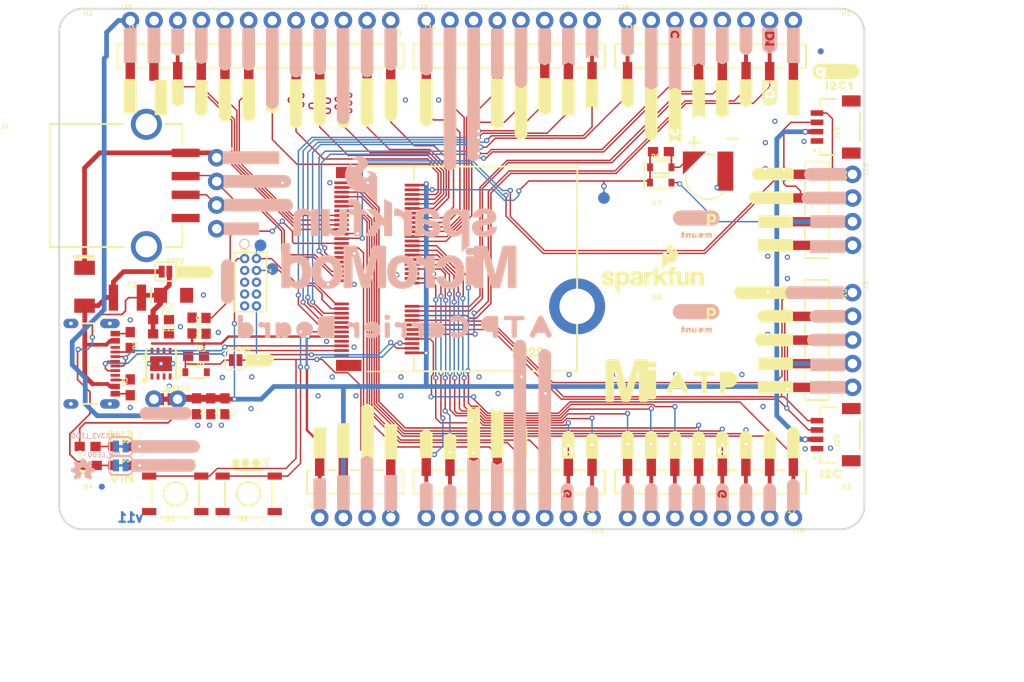
<source format=kicad_pcb>
(kicad_pcb (version 20211014) (generator pcbnew)
  (layers (0 "F.Cu" signal) (31 "B.Cu" signal) (34 "B.Paste" user) (35 "F.Paste" user) (36 "B.SilkS" user "B.Silkscreen") (37 "F.SilkS" user "F.Silkscreen") (38 "B.Mask" user) (39 "F.Mask" user) (44 "Edge.Cuts" user))
  (net 0 "")
  (net 1 "DAT1")
  (net 2 "SCK")
  (net 3 "DAT2")
  (net 4 "GND")
  (net 5 "3.3V")
  (net 6 "USB_N")
  (net 7 "USB_P")
  (net 8 "N$10")
  (net 9 "N$11")
  (net 10 "V_USB")
  (net 11 "N$14")
  (net 12 "SCL")
  (net 13 "SDA")
  (net 14 "TX1")
  (net 15 "RX1")
  (net 16 "RTC_3V")
  (net 17 "SWDIO")
  (net 18 "SWDCK")
  (net 19 "VIN")
  (net 20 "VIN/3")
  (net 21 "OUT_MEAS")
  (net 22 "~{BOOT}")
  (net 23 "A0")
  (net 24 "A1")
  (net 25 "PWM0")
  (net 26 "PWM1")
  (net 27 "D0")
  (net 28 "D1")
  (net 29 "COPI")
  (net 30 "G0")
  (net 31 "3.3V_EN")
  (net 32 "G1")
  (net 33 "G5")
  (net 34 "G4")
  (net 35 "G2")
  (net 36 "G7")
  (net 37 "I2S_WS")
  (net 38 "I2S_SDO")
  (net 39 "I2S_SDI")
  (net 40 "I2S_CLK")
  (net 41 "G3")
  (net 42 "CAN_TXO")
  (net 43 "CAN_RXI")
  (net 44 "COPI1")
  (net 45 "SCK1")
  (net 46 "SCL1")
  (net 47 "SDA1")
  (net 48 "G9/ADC_N")
  (net 49 "G6")
  (net 50 "G8")
  (net 51 "G10/ADC_P")
  (net 52 "G11")
  (net 53 "RTS1")
  (net 54 "CTS1")
  (net 55 "TX2")
  (net 56 "RX2")
  (net 57 "USBHOST_P")
  (net 58 "USBHOST_N")
  (net 59 "I2C_~{INT}")
  (net 60 "MCLK")
  (net 61 "~{RESET}")
  (net 62 "N$1")
  (net 63 "N$2")
  (net 64 "N$3")
  (net 65 "N$4")
  (net 66 "N$5")
  (net 67 "N$7")
  (net 68 "CIPO1/DAT0")
  (net 69 "~{CS1}/DAT3")
  (net 70 "CIPO")
  (net 71 "~{CS}")
  (footprint "boardEagle:SMT-JUMPER_2_NO_SILK" (layer "F.Cu") (at 116.7257 105.283)
    (fp_text reference "BYP0")
    (fp_text value "JUMPER-SMT_2_NO_SILK")
  )
  (footprint "boardEagle:#DAT1#5178039" (layer "F.Cu") (at 133.2611 86.9696 90)
    (fp_text reference "U$36" hide)
    (fp_text value "" hide)
  )
  (footprint "boardEagle:#G2#2" (layer "F.Cu") (at 166.2811 124.0536 90)
    (fp_text reference "U$8" hide)
    (fp_text value "" hide)
  )
  (footprint "boardEagle:##RESET##7" (layer "F.Cu") (at 138.3919 122.555 90)
    (fp_text reference "U$37" hide)
    (fp_text value "" hide)
  )
  (footprint "boardEagle:#GND#0" (layer "F.Cu") (at 182.1561 102.4636)
    (fp_text reference "U$47" hide)
    (fp_text value "" hide)
  )
  (footprint "boardEagle:#COPI#2" (layer "F.Cu") (at 123.1011 86.7156 90)
    (fp_text reference "U$25" hide)
    (fp_text value "" hide)
  )
  (footprint "boardEagle:#G0#2" (layer "F.Cu") (at 159.9311 124.0536 90)
    (fp_text reference "U$4" hide)
    (fp_text value "" hide)
  )
  (footprint "boardEagle:#3V3#1" (layer "F.Cu") (at 182.1561 99.9236)
    (fp_text reference "U$60" hide)
    (fp_text value "" hide)
  )
  (footprint "boardEagle:#I2S_FS#5" (layer "F.Cu") (at 152.3111 87.0966 90)
    (fp_text reference "U$29" hide)
    (fp_text value "" hide)
  )
  (footprint "boardEagle:MICROMOD_MI_LOGO_1" (layer "F.Cu") (at 166.6621 116.9416)
    (fp_text reference "U$140" hide)
    (fp_text value "" hide)
  )
  (footprint "boardEagle:1X08_NO_SILK" (layer "F.Cu") (at 184.0611 131.6736 180)
    (fp_text reference "J18")
    (fp_text value "")
  )
  (footprint "boardEagle:0603" (layer "F.Cu") (at 112.9411 117.7036 90)
    (fp_text reference "R3")
    (fp_text value "5.1k")
  )
  (footprint "boardEagle:#CAN_TX#10" (layer "F.Cu") (at 171.3611 87.8586 90)
    (fp_text reference "U$23" hide)
    (fp_text value "" hide)
  )
  (footprint "boardEagle:SOD-323" (layer "F.Cu") (at 169.8371 94.0816)
    (fp_text reference "D6")
    (fp_text value "3A/10V/280mV")
  )
  (footprint "boardEagle:#TX2#2" (layer "F.Cu") (at 173.9011 86.5886 90)
    (fp_text reference "U$64" hide)
    (fp_text value "" hide)
  )
  (footprint "boardEagle:COMBO-JUMPER_2_NC_TRACE" (layer "F.Cu") (at 116.7511 118.9736)
    (fp_text reference "MEAS0")
    (fp_text value "")
  )
  (footprint "boardEagle:0603" (layer "F.Cu") (at 108.3691 124.0536 180)
    (fp_text reference "R1")
    (fp_text value "1k")
  )
  (footprint "boardEagle:MOUNT10" (layer "F.Cu") (at 173.7065 101.3046)
    (fp_text reference "U$139" hide)
    (fp_text value "" hide)
  )
  (footprint "boardEagle:1X04_NO_SILK" (layer "F.Cu") (at 190.4111 94.8436 -90)
    (fp_text reference "J16")
    (fp_text value "")
  )
  (footprint "boardEagle:STAND-OFF" (layer "F.Cu") (at 168.8211 110.0836)
    (fp_text reference "H6")
    (fp_text value "STAND-OFF")
  )
  (footprint "boardEagle:#A1#10" (layer "F.Cu") (at 147.2311 124.1806 90)
    (fp_text reference "U$2" hide)
    (fp_text value "" hide)
  )
  (footprint "boardEagle:UDFN-8" (layer "F.Cu") (at 116.2431 115.1636)
    (fp_text reference "U5")
    (fp_text value "AP7361C-33")
  )
  (footprint "boardEagle:LED-0603" (layer "F.Cu") (at 111.9251 124.0536)
    (fp_text reference "D2")
    (fp_text value "RED")
  )
  (footprint "boardEagle:0603" (layer "F.Cu") (at 120.0023 114.3762)
    (fp_text reference "R5")
    (fp_text value "100k")
  )
  (footprint "boardEagle:JST04_1MM_RA" (layer "F.Cu") (at 186.6011 89.7636 90)
    (fp_text reference "J19")
    (fp_text value "QWIIC_RIGHT_ANGLE")
  )
  (footprint "boardEagle:#G6#6" (layer "F.Cu") (at 176.4411 124.0536 90)
    (fp_text reference "U$12" hide)
    (fp_text value "" hide)
  )
  (footprint "boardEagle:FIDUCIAL-MICRO" (layer "F.Cu") (at 186.9981 81.6356)
    (fp_text reference "FD2" hide)
    (fp_text value "FIDUCIALUFIDUCIAL" hide)
  )
  (footprint "boardEagle:EIA3216" (layer "F.Cu") (at 117.5893 107.823 180)
    (fp_text reference "C2")
    (fp_text value "10uF")
  )
  (footprint "boardEagle:#HOST_D##9" (layer "F.Cu") (at 126.5301 98.1456)
    (fp_text reference "U$40" hide)
    (fp_text value "" hide)
  )
  (footprint "boardEagle:##I2C_INT##10" (layer "F.Cu") (at 181.0131 107.5436)
    (fp_text reference "U$21" hide)
    (fp_text value "" hide)
  )
  (footprint "boardEagle:#G11#10" (layer "F.Cu") (at 184.0611 123.7996 90)
    (fp_text reference "U$17" hide)
    (fp_text value "" hide)
  )
  (footprint "boardEagle:#G8#8" (layer "F.Cu") (at 181.5211 124.0536 90)
    (fp_text reference "U$14" hide)
    (fp_text value "" hide)
  )
  (footprint "boardEagle:M.2-CONNECTOR-E" (layer "F.Cu") (at 140.8811 105.0036 -90)
    (fp_text reference "J6")
    (fp_text value "MICROMOD-2222-C")
  )
  (footprint "boardEagle:0603" (layer "F.Cu") (at 121.5771 119.7356 -90)
    (fp_text reference "C6")
    (fp_text value "0.1uF")
  )
  (footprint "boardEagle:STAND-OFF" (layer "F.Cu") (at 189.1411 130.4036)
    (fp_text reference "H3")
    (fp_text value "STAND-OFF")
  )
  (footprint "boardEagle:#RESET10" (layer "F.Cu") (at 117.7441 125.7746)
    (fp_text reference "U$5" hide)
    (fp_text value "" hide)
  )
  (footprint "boardEagle:1X04_NO_SILK" (layer "F.Cu") (at 122.2121 93.0656 -90)
    (fp_text reference "J11")
    (fp_text value "")
  )
  (footprint "boardEagle:ML414H_IV01E" (layer "F.Cu") (at 174.9171 95.0976 90)
    (fp_text reference "BT1")
    (fp_text value "ML414H")
  )
  (footprint "boardEagle:#GND#0" (layer "F.Cu") (at 184.0611 86.5886 90)
    (fp_text reference "U$58" hide)
    (fp_text value "" hide)
  )
  (footprint "boardEagle:1X08_NO_SILK" (layer "F.Cu") (at 162.4711 131.6736 180)
    (fp_text reference "J15")
    (fp_text value "")
  )
  (footprint "boardEagle:FIDUCIAL-MICRO" (layer "F.Cu") (at 109.8931 128.3716)
    (fp_text reference "FD1" hide)
    (fp_text value "FIDUCIALUFIDUCIAL" hide)
  )
  (footprint "boardEagle:#SCK#2" (layer "F.Cu") (at 120.5611 86.4616 90)
    (fp_text reference "U$28" hide)
    (fp_text value "" hide)
  )
  (footprint "boardEagle:#CIPO1#5178039" (layer "F.Cu") (at 135.8011 87.0966 90)
    (fp_text reference "U$54" hide)
    (fp_text value "" hide)
  )
  (footprint "boardEagle:#G9#9" (layer "F.Cu") (at 157.3911 124.0536 90)
    (fp_text reference "U$15" hide)
    (fp_text value "" hide)
  )
  (footprint "boardEagle:#I2S_SDO#5" (layer "F.Cu") (at 147.2311 87.7316 90)
    (fp_text reference "U$31" hide)
    (fp_text value "" hide)
  )
  (footprint "boardEagle:3V34" (layer "F.Cu") (at 111.9251 122.7836)
    (fp_text reference "U$69" hide)
    (fp_text value "" hide)
  )
  (footprint "boardEagle:VIN3" (layer "F.Cu") (at 112.0521 127.4826)
    (fp_text reference "U$68" hide)
    (fp_text value "" hide)
  )
  (footprint "boardEagle:1X05_SMD_VERTICAL_COMBO" (layer "F.Cu") (at 186.6011 107.5436 -90)
    (fp_text reference "J10")
    (fp_text value "")
  )
  (footprint "boardEagle:#G1#2" (layer "F.Cu") (at 162.4711 124.1806 90)
    (fp_text reference "U$7" hide)
    (fp_text value "" hide)
  )
  (footprint "boardEagle:#DAT2#5178039" (layer "F.Cu") (at 130.7211 87.0966 90)
    (fp_text reference "U$53" hide)
    (fp_text value "" hide)
  )
  (footprint "boardEagle:1X04_NO_SILK" (layer "F.Cu") (at 133.2611 131.6736)
    (fp_text reference "J9")
    (fp_text value "")
  )
  (footprint "boardEagle:TACTILE_SWITCH_SMD_5.2MM" (layer "F.Cu") (at 125.6411 129.1336 180)
    (fp_text reference "S2")
    (fp_text value "BOOT")
  )
  (footprint "boardEagle:0603" (layer "F.Cu") (at 108.4961 126.0856 180)
    (fp_text reference "R4")
    (fp_text value "1k")
  )
  (footprint "boardEagle:TACTILE_SWITCH_SMD_5.2MM" (layer "F.Cu") (at 117.7671 129.1336 180)
    (fp_text reference "S1")
    (fp_text value "Reset")
  )
  (footprint "boardEagle:#PWM0#10" (layer "F.Cu") (at 149.7711 122.6566 90)
    (fp_text reference "U$18" hide)
    (fp_text value "" hide)
  )
  (footprint "boardEagle:STAND-OFF" (layer "F.Cu") (at 168.8211 99.9236)
    (fp_text reference "H7")
    (fp_text value "STAND-OFF")
  )
  (footprint "boardEagle:0603" (layer "F.Cu") (at 119.5705 111.0742 -90)
    (fp_text reference "R10")
    (fp_text value "20k")
  )
  (footprint "boardEagle:0603" (layer "F.Cu") (at 121.0691 111.0996 90)
    (fp_text reference "R9")
    (fp_text value "10k")
  )
  (footprint "boardEagle:1210" (layer "F.Cu") (at 112.6363 108.077)
    (fp_text reference "F2")
    (fp_text value "6V/2A")
  )
  (footprint "boardEagle:2X5-PTH-1.27MM" (layer "F.Cu") (at 125.8443 106.426 -90)
    (fp_text reference "J2")
    (fp_text value "JTAG")
  )
  (footprint "boardEagle:#RX2#3" (layer "F.Cu") (at 176.4411 86.5886 90)
    (fp_text reference "U$63" hide)
    (fp_text value "" hide)
  )
  (footprint "boardEagle:#I2S_SDI#5" (layer "F.Cu") (at 149.7711 87.3506 90)
    (fp_text reference "U$30" hide)
    (fp_text value "" hide)
  )
  (footprint "boardEagle:SOD-323" (layer "F.Cu") (at 120.0023 116.078)
    (fp_text reference "D1")
    (fp_text value "3.3V")
  )
  (footprint "boardEagle:#VIN#6" (layer "F.Cu") (at 133.2611 123.6726 90)
    (fp_text reference "U$45" hide)
    (fp_text value "" hide)
  )
  (footprint "boardEagle:#BYP#8" (layer "F.Cu") (at 119.6721 105.3338)
    (fp_text reference "U$39" hide)
    (fp_text value "" hide)
  )
  (footprint "boardEagle:STAND-OFF" (layer "F.Cu") (at 107.8611 79.6036)
    (fp_text reference "H2")
    (fp_text value "STAND-OFF")
  )
  (footprint "boardEagle:##CS##0" (layer "F.Cu") (at 118.0211 85.9536 90)
    (fp_text reference "U$59" hide)
    (fp_text value "" hide)
  )
  (footprint "boardEagle:0603" (layer "F.Cu") (at 116.2431 110.4392)
    (fp_text reference "C1")
    (fp_text value "0.1uF")
  )
  (footprint "boardEagle:1X08_SMD_COMBINED" (layer "F.Cu") (at 166.2811 82.1436)
    (fp_text reference "J25")
    (fp_text value "")
  )
  (footprint "boardEagle:MOUNT10" (layer "F.Cu") (at 173.7065 111.4646)
    (fp_text reference "U$141" hide)
    (fp_text value "" hide)
  )
  (footprint "boardEagle:#TX#7" (layer "F.Cu") (at 162.4711 86.0806 90)
    (fp_text reference "U$35" hide)
    (fp_text value "" hide)
  )
  (footprint "boardEagle:QWIIC_5MM" (layer "F.Cu") (at 173.630987 99.5172)
    (fp_text reference "LOGO5" hide)
    (fp_text value "QWIIC_LOGO_3MM" hide)
  )
  (footprint "boardEagle:#PWM1#10" (layer "F.Cu") (at 152.3111 122.7836 90)
    (fp_text reference "U$19" hide)
    (fp_text value "" hide)
  )
  (footprint "boardEagle:1X08_SMD_COMBINED" (layer "F.Cu") (at 184.0611 127.8636 180)
    (fp_text reference "J17")
    (fp_text value "")
  )
  (footprint "boardEagle:#SCL1#3" (layer "F.Cu") (at 182.0291 94.8182)
    (fp_text reference "U$65" hide)
    (fp_text value "" hide)
  )
  (footprint "boardEagle:0603" (layer "F.Cu") (at 116.2431 111.9632)
    (fp_text reference "C13")
    (fp_text value "0.22uF")
  )
  (footprint "boardEagle:STAND-OFF" (layer "F.Cu") (at 189.1411 79.6036)
    (fp_text reference "H1")
    (fp_text value "STAND-OFF")
  )
  (footprint "boardEagle:#3V3#1" (layer "F.Cu") (at 112.9411 86.4616 90)
    (fp_text reference "U$61" hide)
    (fp_text value "" hide)
  )
  (footprint "boardEagle:#RTS#5" (layer "F.Cu") (at 157.3911 86.3346 90)
    (fp_text reference "U$33" hide)
    (fp_text value "" hide)
  )
  (footprint "boardEagle:I2C4" (layer "F.Cu") (at 188.1251 126.9746)
    (fp_text reference "U$71" hide)
    (fp_text value "" hide)
  )
  (footprint "boardEagle:STAND-OFF" (layer "F.Cu") (at 107.8611 130.4036)
    (fp_text reference "H4")
    (fp_text value "STAND-OFF")
  )
  (footprint "boardEagle:BOOT10" (layer "F.Cu") (at 126.0221 125.8316)
    (fp_text reference "U$43" hide)
    (fp_text value "" hide)
  )
  (footprint "boardEagle:1X12_SMD_COMBINED" (layer "F.Cu") (at 112.9411 82.1436)
    (fp_text reference "J12")
    (fp_text value "")
  )
  (footprint "boardEagle:1X04_SMD_VERTICAL_COMBO" (layer "F.Cu") (at 140.8811 127.8636 180)
    (fp_text reference "J8")
    (fp_text value "1X04_SMD_STRAIGHT_COMBO")
  )
  (footprint "boardEagle:QWIIC_5MM" (layer "F.Cu") (at 173.630987 109.5502)
    (fp_text reference "LOGO6" hide)
    (fp_text value "QWIIC_LOGO_3MM" hide)
  )
  (footprint "boardEagle:SFE_LOGO_NAME_FLAME_.1" (layer "F.Cu") (at 169.0751 106.1466)
    (fp_text reference "LOGO1" hide)
    (fp_text value "SFE_LOGO_NAME_FLAME.1_INCH" hide)
  )
  (footprint "boardEagle:#I2S_CLK#5" (layer "F.Cu") (at 154.8511 87.7316 90)
    (fp_text reference "U$52" hide)
    (fp_text value "" hide)
  )
  (footprint "boardEagle:#COPI1#2" (layer "F.Cu") (at 138.3411 86.9696 90)
    (fp_text reference "U$57" hide)
    (fp_text value "" hide)
  )
  (footprint "boardEagle:1X04_NO_SILK" (layer "F.Cu") (at 112.9561 78.3336)
    (fp_text reference "J22")
    (fp_text value "")
  )
  (footprint "boardEagle:USB-C-16P-2LAYER-PADS" (layer "F.Cu") (at 111.6711 115.1636 -90)
    (fp_text reference "J1")
    (fp_text value "" hide)
  )
  (footprint "boardEagle:#G7#7" (layer "F.Cu") (at 178.9811 124.0536 90)
    (fp_text reference "U$13" hide)
    (fp_text value "" hide)
  )
  (footprint "boardEagle:#VHOST#0" (layer "F.Cu") (at 125.8951 93.0656)
    (fp_text reference "U$146" hide)
    (fp_text value "" hide)
  )
  (footprint "boardEagle:#SDA1#3" (layer "F.Cu") (at 181.8513 97.3582)
    (fp_text reference "U$66" hide)
    (fp_text value "" hide)
  )
  (footprint "boardEagle:#A0#10" (layer "F.Cu") (at 144.6911 123.9266 90)
    (fp_text reference "U$1" hide)
    (fp_text value "" hide)
  )
  (footprint "boardEagle:ATP0" (layer "F.Cu") (at 174.4091 117.1956)
    (fp_text reference "U$62" hide)
    (fp_text value "" hide)
  )
  (footprint "boardEagle:QWIIC_5MM" (layer "F.Cu") (at 188.598187 83.7692)
    (fp_text reference "LOGO7" hide)
    (fp_text value "QWIIC_LOGO_3MM" hide)
  )
  (footprint "boardEagle:CREATIVE_COMMONS" (layer "F.Cu") (at 125.8951 148.6916)
    (fp_text reference "FRAME1" hide)
    (fp_text value "FRAME-LEDGER" hide)
  )
  (footprint "boardEagle:#MCLK#4" (layer "F.Cu") (at 144.6911 86.9696 90)
    (fp_text reference "U$32" hide)
    (fp_text value "" hide)
  )
  (footprint "boardEagle:LED-0603" (layer "F.Cu") (at 111.9251 126.0856)
    (fp_text reference "D3")
    (fp_text value "RED")
  )
  (footprint "boardEagle:#GND#0" (layer "F.Cu") (at 140.8811 123.5456 90)
    (fp_text reference "U$27" hide)
    (fp_text value "" hide)
  )
  (footprint "boardEagle:0603" (layer "F.Cu") (at 112.9411 112.6236 -90)
    (fp_text reference "R2")
    (fp_text value "5.1k")
  )
  (footprint "boardEagle:SMT-JUMPER_2_NO_SILK" (layer "F.Cu") (at 124.2441 114.7826)
    (fp_text reference "EN0")
    (fp_text value "JUMPER-SMT_2_NO_SILK")
  )
  (footprint "boardEagle:#CIPO#3" (layer "F.Cu") (at 125.6411 86.7156 90)
    (fp_text reference "U$24" hide)
    (fp_text value "" hide)
  )
  (footprint "boardEagle:1X08_NO_SILK" (layer "F.Cu") (at 166.2811 78.3336)
    (fp_text reference "J26")
    (fp_text value "")
  )
  (footprint "boardEagle:USB-A-S-SILK-FEMALE" (layer "F.Cu") (at 111.6711 96.0374)
    (fp_text reference "J4")
    (fp_text value "USB_A_SMT_FEMALE")
  )
  (footprint "boardEagle:DO-214BA" (layer "F.Cu") (at 108.0389 106.9086 90)
    (fp_text reference "D4" hide)
    (fp_text value "1A/15V/220mV" hide)
  )
  (footprint "boardEagle:0603" (layer "F.Cu") (at 169.8625 92.4052 180)
    (fp_text reference "R8")
    (fp_text value "1k")
  )
  (footprint "boardEagle:#MEAS#10" (layer "F.Cu") (at 116.7511 120.4976)
    (fp_text reference "U$42" hide)
    (fp_text value "" hide)
  )
  (footprint "boardEagle:#G5#5" (layer "F.Cu") (at 173.9011 124.0536 90)
    (fp_text reference "U$11" hide)
    (fp_text value "" hide)
  )
  (footprint "boardEagle:#GND#0" (layer "F.Cu") (at 182.1561 117.7036)
    (fp_text reference "U$3" hide)
    (fp_text value "" hide)
  )
  (footprint "boardEagle:1X08_NO_SILK" (layer "F.Cu") (at 144.6911 78.3336)
    (fp_text reference "J23")
    (fp_text value "")
  )
  (footprint "boardEagle:#G4#4" (layer "F.Cu") (at 171.3611 124.0536 90)
    (fp_text reference "U$10" hide)
    (fp_text value "" hide)
  )
  (footprint "boardEagle:#SWD#10" (layer "F.Cu") (at 123.3551 106.3592 90)
    (fp_text reference "U$51" hide)
    (fp_text value "" hide)
  )
  (footprint "boardEagle:#GND#0" (layer "F.Cu") (at 116.2431 86.5886 90)
    (fp_text reference "U$89" hide)
    (fp_text value "" hide)
  )
  (footprint "boardEagle:JST04_1MM_RA" (layer "F.Cu") (at 186.6011 122.7836 90)
    (fp_text reference "J20")
    (fp_text value "QWIIC_RIGHT_ANGLE")
  )
  (footprint "boardEagle:#D0#0" (layer "F.Cu") (at 178.9811 85.9536 90)
    (fp_text reference "U$6" hide)
    (fp_text value "" hide)
  )
  (footprint "boardEagle:#RX#8" (layer "F.Cu") (at 166.2811 85.9536 90)
    (fp_text reference "U$34" hide)
    (fp_text value "" hide)
  )
  (footprint "boardEagle:#CTS#6" (layer "F.Cu") (at 159.9311 86.4616 90)
    (fp_text reference "U$26" hide)
    (fp_text value "" hide)
  )
  (footprint "boardEagle:22229" (layer "F.Cu") (at 152.9461 113.8936)
    (fp_text reference "U$55" hide)
    (fp_text value "" hide)
  )
  (footprint "boardEagle:0603" (layer "F.Cu") (at 120.0531 119.7356 -90)
    (fp_text reference "C5")
    (fp_text value "1.0uF")
  )
  (footprint "boardEagle:#EN#0" (layer "F.Cu") (at 126.6571 114.7826)
    (fp_text reference "U$48" hide)
    (fp_text value "" hide)
  )
  (footprint "boardEagle:1X08_SMD_COMBINED" (layer "F.Cu") (at 162.4711 127.8636 180)
    (fp_text reference "J14")
    (fp_text value "")
  )
  (footprint "boardEagle:1X04_SMD_VERTICAL_COMBO" (layer "F.Cu") (at 186.6011 94.8436 -90)
    (fp_text reference "J21")
    (fp_text value "1X04_SMD_STRAIGHT_COMBO")
  )
  (footprint "boardEagle:#3V3#1" (layer "F.Cu") (at 135.8011 123.4186 90)
    (fp_text reference "U$38" hide)
    (fp_text value "" hide)
  )
  (footprint "boardEagle:#CAN_RX#9" (layer "F.Cu") (at 168.8211 87.7316 90)
    (fp_text reference "U$22" hide)
    (fp_text value "" hide)
  )
  (footprint "boardEagle:##CS1##5178039" (layer "F.Cu") (at 128.1811 86.3346 90)
    (fp_text reference "U$20" hide)
    (fp_text value "" hide)
  )
  (footprint "boardEagle:1X05_NO_SILK" (layer "F.Cu") (at 190.4111 107.5436 -90)
    (fp_text reference "J3")
    (fp_text value "")
  )
  (footprint "boardEagle:1X08_SMD_COMBINED" (layer "F.Cu") (at 144.6911 82.1436)
    (fp_text reference "J24")
    (fp_text value "")
  )
  (footprint "boardEagle:#SCK1#2" (layer "F.Cu") (at 140.8811 86.7156 90)
    (fp_text reference "U$67" hide)
    (fp_text value "" hide)
  )
  (footprint "boardEagle:SOD-323" (layer "F.Cu") (at 169.8371 95.7326)
    (fp_text reference "D7")
    (fp_text value "1A/23V/620mV")
  )
  (footprint "boardEagle:#G3#3" (layer "F.Cu") (at 168.8211 124.0536 90)
    (fp_text reference "U$9" hide)
    (fp_text value "" hide)
  )
  (footprint "boardEagle:#HOST_D##10" (layer "F.Cu") (at 126.4031 95.6056)
    (fp_text reference "U$41" hide)
    (fp_text value "" hide)
  )
  (footprint "boardEagle:STAND-OFF-REFLOW-M2.5" (layer "F.Cu") (at 160.8709 109.0168)
    (fp_text reference "H5" hide)
    (fp_text value "STAND-OFF-REFLOW2.5MM_TALL" hide)
  )
  (footprint "boardEagle:#G10#10" (layer "F.Cu") (at 154.8511 123.6726 90)
    (fp_text reference "U$16" hide)
    (fp_text value "" hide)
  )
  (footprint "boardEagle:#3V3#1" (layer "F.Cu") (at 182.1561 115.1636)
    (fp_text reference "U$70" hide)
    (fp_text value "" hide)
  )
  (footprint "boardEagle:#SDA#4" (layer "F.Cu") (at 182.1561 112.6236)
    (fp_text reference "U$44" hide)
    (fp_text value "" hide)
  )
  (footprint "boardEagle:0603" (layer "F.Cu") (at 123.1011 119.7356 -90)
    (fp_text reference "C7")
    (fp_text value "0.22uF")
  )
  (footprint "boardEagle:I2C14" (layer "F.Cu") (at 189.0141 85.3186)
    (fp_text reference "U$72" hide)
    (fp_text value "" hide)
  )
  (footprint "boardEagle:#GND#0" (layer "F.Cu") (at 124.8791 100.6856)
    (fp_text reference "U$46" hide)
    (fp_text value "" hide)
  )
  (footprint "boardEagle:1X08_NO_SILK" (layer "F.Cu") (at 140.8811 78.3336 180)
    (fp_text reference "J13")
    (fp_text value "")
  )
  (footprint "boardEagle:#SCL#5" (layer "F.Cu") (at 182.2831 110.0836)
    (fp_text reference "U$49" hide)
    (fp_text value "" hide)
  )
  (footprint "boardEagle:D10" (layer "F.Cu") (at 181.5211 87.6046 90)
    (fp_text reference "U$99" hide)
    (fp_text value "" hide)
  )
  (footprint "boardEagle:#GND#0" (layer "B.Cu") (at 124.8791 100.6856 180)
    (fp_text reference "U$105" hide)
    (fp_text value "" hide)
  )
  (footprint "boardEagle:#G8#8" (layer "B.Cu") (at 181.5211 129.6416 -90)
    (fp_text reference "U$112" hide)
    (fp_text value "" hide)
  )
  (footprint "boardEagle:#GND#0" (layer "B.Cu") (at 187.7441 117.7036 180)
    (fp_text reference "U$102" hide)
    (fp_text value "" hide)
  )
  (footprint "boardEagle:#3V3#1" (layer "B.Cu") (at 112.9411 81.0006 -90)
    (fp_text reference "U$88" hide)
    (fp_text value "" hide)
  )
  (footprint "boardEagle:D10" (layer "B.Cu") (at 181.5211 78.5876 -90)
    (fp_text reference "U$145" hide)
    (fp_text value "" hide)
  )
  (footprint "boardEagle:#MEAS#10" (layer "B.Cu") (at 116.7511 120.4976 180)
    (fp_text reference "U$132" hide)
    (fp_text value "" hide)
  )
  (footprint "boardEagle:#GND#0" (layer "B.Cu") (at 115.4811 81.0006 -90)
    (fp_text reference "U$104" hide)
    (fp_text value "" hide)
  )
  (footprint "boardEagle:#G10#ADC##CAM_VSYNC#10" (layer "B.Cu") (at 154.7241 121.8946 -90)
    (fp_text reference "U$136" hide)
    (fp_text value "" hide)
  )
  (footprint "boardEagle:##RESET##7" (layer "B.Cu") (at 138.3411 128.1176 -90)
    (fp_text reference "U$125" hide)
    (fp_text value "" hide)
  )
  (footprint "boardEagle:#GND#0" (layer "B.Cu") (at 187.7441 102.5906 180)
    (fp_text reference "U$101" hide)
    (fp_text value "" hide)
  )
  (footprint "boardEagle:SMT-JUMPER_2_NC_TRACE_SILK" (layer "B.Cu") (at 111.9251 124.0536 180)
    (fp_text reference "UNK3V3_LED0")
    (fp_text value "JUMPER-SMT_2_NC_TRACE_SILK")
  )
  (footprint "boardEagle:#SCL1#3" (layer "B.Cu") (at 187.6171 94.8436 180)
    (fp_text reference "U$78" hide)
    (fp_text value "" hide)
  )
  (footprint "boardEagle:#3V3#1" (layer "B.Cu") (at 187.7441 115.2906 180)
    (fp_text reference "U$107" hide)
    (fp_text value "" hide)
  )
  (footprint "boardEagle:PAD.03X.05" (layer "B.Cu") (at 163.7411 97.3836 180)
    (fp_text reference "TP1" hide)
    (fp_text value "TEST-POINT3X5" hide)
  )
  (footprint "boardEagle:#SDA#4" (layer "B.Cu") (at 187.7441 112.6236 180)
    (fp_text reference "U$108" hide)
    (fp_text value "" hide)
  )
  (footprint "boardEagle:#VHOST#0" (layer "B.Cu") (at 125.8951 93.0656 180)
    (fp_text reference "U$50" hide)
    (fp_text value "" hide)
  )
  (footprint "boardEagle:#SDA1#3" (layer "B.Cu") (at 187.4901 97.3836 180)
    (fp_text reference "U$79" hide)
    (fp_text value "" hide)
  )
  (footprint "boardEagle:FIDUCIAL-MICRO" (layer "B.Cu") (at 186.9981 81.6356 180)
    (fp_text reference "FD4" hide)
    (fp_text value "FIDUCIALUFIDUCIAL" hide)
  )
  (footprint "boardEagle:#SWD#10" (layer "B.Cu") (at 123.3551 106.3338 -90)
    (fp_text reference "U$131" hide)
    (fp_text value "" hide)
  )
  (footprint "boardEagle:QWIIC_5MM" (layer "B.Cu") (at 173.6471 109.5756 180)
    (fp_text reference "LOGO2" hide)
    (fp_text value "QWIIC_LOGO_5MM" hide)
  )
  (footprint "boardEagle:##I2C_INT##10" (layer "B.Cu") (at 186.4741 107.5436 180)
    (fp_text reference "U$110" hide)
    (fp_text value "" hide)
  )
  (footprint "boardEagle:#HOST_D##10" (layer "B.Cu") (at 126.4031 95.6056 180)
    (fp_text reference "U$129" hide)
    (fp_text value "" hide)
  )
  (footprint "boardEagle:#I2S_FS#7" (layer "B.Cu") (at 152.3111 81.7626 -90)
    (fp_text reference "U$90" hide)
    (fp_text value "" hide)
  )
  (footprint "boardEagle:#3V3#1" (layer "B.Cu") (at 135.8011 129.0066 -90)
    (fp_text reference "U$126" hide)
    (fp_text value "" hide)
  )
  (footprint "boardEagle:#G9#ADC##CAM_HSYNC#9" (layer "B.Cu") (at 157.3911 122.4026 -90)
    (fp_text reference "U$135" hide)
    (fp_text value "" hide)
  )
  (footprint "boardEagle:##CIPO1##DAT0#5178038" (layer "B.Cu") (at 135.7711 84.1336 -90)
    (fp_text reference "U$56" hide)
    (fp_text value "" hide)
  )
  (footprint "boardEagle:#G2#2" (layer "B.Cu") (at 166.2811 129.6416 -90)
    (fp_text reference "U$118" hide)
    (fp_text value "" hide)
  )
  (footprint "boardEagle:MICROMOD_LOGO_1" (layer "B.Cu") (at 141.7701 104.6226 180)
    (fp_text reference "U$144" hide)
    (fp_text value "" hide)
  )
  (footprint "boardEagle:#G7#7" (layer "B.Cu") (at 178.9811 129.6416 -90)
    (fp_text reference "U$113" hide)
    (fp_text value "" hide)
  )
  (footprint "boardEagle:SFE_LOGO_NAME_FLAME_.2" (layer "B.Cu") (at 141.2621 100.3046 180)
    (fp_text reference "LOGO4" hide)
    (fp_text value "SFE_LOGO_NAME_FLAME.2_INCH" hide)
  )
  (footprint "boardEagle:PAD.03X.05" (layer "B.Cu") (at 126.9111 102.4636 180)
    (fp_text reference "TP2" hide)
    (fp_text value "TEST-POINT3X5" hide)
  )
  (footprint "boardEagle:#PWM0#10" (layer "B.Cu") (at 149.7711 128.2446 -90)
    (fp_text reference "U$121" hide)
    (fp_text value "" hide)
  )
  (footprint "boardEagle:#A1#10" (layer "B.Cu") (at 147.2311 129.6416 -90)
    (fp_text reference "U$124" hide)
    (fp_text value "" hide)
  )
  (footprint "boardEagle:#TX2#2" (layer "B.Cu") (at 173.9011 81.0006 -90)
    (fp_text reference "U$80" hide)
    (fp_text value "" hide)
  )
  (footprint "boardEagle:#CIPO#5178038" (layer "B.Cu") (at 125.6411 81.2546 -90)
    (fp_text reference "U$147" hide)
    (fp_text value "" hide)
  )
  (footprint "boardEagle:#DAT2#5" (layer "B.Cu") (at 130.7211 81.6356 -90)
    (fp_text reference "U$82" hide)
    (fp_text value "" hide)
  )
  (footprint "boardEagle:#G3#3" (layer "B.Cu") (at 168.8211 129.6416 -90)
    (fp_text reference "U$117" hide)
    (fp_text value "" hide)
  )
  (footprint "boardEagle:#RX2#3" (layer "B.Cu") (at 176.4411 80.8736 -90)
    (fp_text reference "U$76" hide)
    (fp_text value "" hide)
  )
  (footprint "boardEagle:#SCK#4" (layer "B.Cu") (at 120.5611 80.8736 -90)
    (fp_text reference "U$86" hide)
    (fp_text value "" hide)
  )
  (footprint "boardEagle:#CAN_RX#10" (layer "B.Cu") (at 168.8211 82.2706 -90)
    (fp_text reference "U$96" hide)
    (fp_text value "" hide)
  )
  (footprint "boardEagle:#VIN_LED#10" (layer "B.Cu") (at 116.3701 126.0856 180)
    (fp_text reference "U$133" hide)
    (fp_text value "" hide)
  )
  (footprint "boardEagle:#3V3_LED#10" (layer "B.Cu") (at 116.6241 124.0536 180)
    (fp_text reference "U$134" hide)
    (fp_text value "" hide)
  )
  (footprint "boardEagle:#SCK1#2" (layer "B.Cu") (at 140.8811 81.2546 -90)
    (fp_text reference "U$77" hide)
    (fp_text value "" hide)
  )
  (footprint "boardEagle:#VIN#6" (layer "B.Cu") (at 133.2611 129.1336 -90)
    (fp_text reference "U$127" hide)
    (fp_text value "" hide)
  )
  (footprint "boardEagle:##CS##5178037" (layer "B.Cu") (at 118.0211 80.4926 -90)
    (fp_text reference "U$81" hide)
    (fp_text value "" hide)
  )
  (footprint "boardEagle:FIDUCIAL-MICRO" (layer "B.Cu") (at 109.8931 128.3716 180)
    (fp_text reference "FD3" hide)
    (fp_text value "FIDUCIALUFIDUCIAL" hide)
  )
  (footprint "boardEagle:#PWM1#10" (layer "B.Cu") (at 152.3111 128.4986 -90)
    (fp_text reference "U$122" hide)
    (fp_text value "" hide)
  )
  (footprint "boardEagle:#G6#6" (layer "B.Cu") (at 176.4411 129.6416 -90)
    (fp_text reference "U$114" hide)
    (fp_text value "" hide)
  )
  (footprint "boardEagle:##CS1##DAT3#5178037" (layer "B.Cu") (at 128.1811 83.2866 -90)
    (fp_text reference "U$84" hide)
    (fp_text value "" hide)
  )
  (footprint "boardEagle:#HOST_D##9" (layer "B.Cu") (at 126.5301 98.1456 180)
    (fp_text reference "U$128" hide)
    (fp_text value "" hide)
  )
  (footprint "boardEagle:OSHW-LOGO-MINI" (layer "B.Cu") (at 107.8611 126.5936 180)
    (fp_text reference "LOGO3" hide)
    (fp_text value "OSHW-LOGOMINI" hide)
  )
  (footprint "boardEagle:MOUNT10" (layer "B.Cu") (at 173.6065 111.4646 180)
    (fp_text reference "U$142" hide)
    (fp_text value "" hide)
  )
  (footprint "boardEagle:#G11#10" (layer "B.Cu") (at 184.0611 129.3876 -90)
    (fp_text reference "U$111" hide)
    (fp_text value "" hide)
  )
  (footprint "boardEagle:#G5#5" (layer "B.Cu") (at 173.9011 129.6416 -90)
    (fp_text reference "U$115" hide)
    (fp_text value "" hide)
  )
  (footprint "boardEagle:#RX#10" (layer "B.Cu") (at 166.2811 80.4926 -90)
    (fp_text reference "U$95" hide)
    (fp_text value "" hide)
  )
  (footprint "boardEagle:#G4#4" (layer "B.Cu") (at 171.3611 129.6416 -90)
    (fp_text reference "U$116" hide)
    (fp_text value "" hide)
  )
  (footprint "boardEagle:#SCL#5" (layer "B.Cu") (at 187.8711 110.0836 180)
    (fp_text reference "U$109" hide)
    (fp_text value "" hide)
  )
  (footprint "boardEagle:#G0#2" (layer "B.Cu") (at 159.8041 129.6416 -90)
    (fp_text reference "U$120" hide)
    (fp_text value "" hide)
  )
  (footprint "boardEagle:#MCLK#6" (layer "B.Cu") (at 144.6911 81.5086 -90)
    (fp_text reference "U$87" hide)
    (fp_text value "" hide)
  )
  (footprint "boardEagle:#D0#0" (layer "B.Cu") (at 178.9811 80.3656 -90)
    (fp_text reference "U$98" hide)
    (fp_text value "" hide)
  )
  (footprint "boardEagle:#G1#2" (layer "B.Cu") (at 162.4711 129.7686 -90)
    (fp_text reference "U$119" hide)
    (fp_text value "" hide)
  )
  (footprint "boardEagle:#RTS#7" (layer "B.Cu") (at 157.3911 81.0006 -90)
    (fp_text reference "U$92" hide)
    (fp_text value "" hide)
  )
  (footprint "boardEagle:MOUNT10" (layer "B.Cu") (at 173.6065 101.3046 180)
    (fp_text reference "U$143" hide)
    (fp_text value "" hide)
  )
  (footprint "boardEagle:#I2S_CLK#7" (layer "B.Cu") (at 154.8511 82.1436 -90)
    (fp_text reference "U$91" hide)
    (fp_text value "" hide)
  )
  (footprint "boardEagle:QWIIC_5MM" (layer "B.Cu") (at 173.682012 99.5172 180)
    (fp_text reference "LOGO8" hide)
    (fp_text value "QWIIC_LOGO_3MM" hide)
  )
  (footprint "boardEagle:#I2S_SDI#CAM_PCLK#7" (layer "B.Cu") (at 149.7711 86.0806 -90)
    (fp_text reference "U$137" hide)
    (fp_text value "" hide)
  )
  (footprint "boardEagle:#GND#0" (layer "B.Cu") (at 140.8811 129.0066 -90)
    (fp_text reference "U$103" hide)
    (fp_text value "" hide)
  )
  (footprint "boardEagle:#TX#9" (layer "B.Cu") (at 162.4711 80.6196 -90)
    (fp_text reference "U$94" hide)
    (fp_text value "" hide)
  )
  (footprint "boardEagle:#CAN_TX#10" (layer "B.Cu") (at 171.3611 82.2706 -90)
    (fp_text reference "U$97" hide)
    (fp_text value "" hide)
  )
  (footprint "boardEagle:#A0#10" (layer "B.Cu") (at 144.6911 129.5146 -90)
    (fp_text reference "U$123" hide)
    (fp_text value "" hide)
  )
  (footprint "boardEagle:#I2S_SDO#CAM_MCLK#7" (layer "B.Cu") (at 147.2311 86.5886 -90)
    (fp_text reference "U$138" hide)
    (fp_text value "" hide)
  )
  (footprint "boardEagle:#CTS#8" (layer "B.Cu") (at 159.9311 81.0006 -90)
    (fp_text reference "U$93" hide)
    (fp_text value "" hide)
  )
  (footprint "boardEagle:SMT-JUMPER_2_NC_TRACE_SILK" (layer "B.Cu") (at 111.9251 126.0856 180)
    (fp_text reference "VIN_LED0")
    (fp_text value "JUMPER-SMT_2_NC_TRACE_SILK")
  )
  (footprint "boardEagle:#GND#0" (layer "B.Cu") (at 184.0611 81.0006 -90)
    (fp_text reference "U$100" hide)
    (fp_text value "" hide)
  )
  (footprint "boardEagle:#COPI#4" (layer "B.Cu") (at 123.1011 81.2546 -90)
    (fp_text reference "U$85" hide)
    (fp_text value "" hide)
  )
  (footprint "boardEagle:ATP_CARRIER_BOARD1" (layer "B.Cu") (at 141.1351 111.2266 180)
    (fp_text reference "U$73" hide)
    (fp_text value "" hide)
  )
  (footprint "boardEagle:PAD.03X.05" (layer "B.Cu") (at 128.1811 105.0036 180)
    (fp_text reference "TP3" hide)
    (fp_text value "TEST-POINT3X5" hide)
  )
  (footprint "boardEagle:#DAT1#5" (layer "B.Cu") (at 133.2611 81.5086 -90)
    (fp_text reference "U$83" hide)
    (fp_text value "" hide)
  )
  (footprint "boardEagle:#3V3#1" (layer "B.Cu") (at 187.7441 99.9236 180)
    (fp_text reference "U$106" hide)
    (fp_text value "" hide)
  )
  (footprint "boardEagle:#COPI1#2" (layer "B.Cu") (at 138.3411 81.6356 -90)
    (fp_text reference "U$75" hide)
    (fp_text value "" hide)
  )
  (gr_circle (center 125.1839 102.3112) (end 125.6919 102.3112) (layer "B.SilkS") (width 0) (fill none))
  (gr_line (start 160.8853 94.0054) (end 160.8599 115.9764) (layer "F.SilkS") (width 0.2032))
  (gr_line (start 160.8599 115.9764) (end 143.2433 115.9764) (layer "F.SilkS") (width 0.2032))
  (gr_circle (center 125.1839 102.3112) (end 125.6919 102.3112) (layer "F.SilkS") (width 0) (fill none))
  (gr_line (start 143.3703 94.0054) (end 160.8853 94.0054) (layer "F.SilkS") (width 0.2032))
  (gr_line (start 191.6811 79.6036) (end 191.6811 130.4036) (layer "Edge.Cuts") (width 0.2032))
  (gr_arc (start 191.6811 130.4036) (mid 190.937151 132.199651) (end 189.1411 132.9436) (layer "Edge.Cuts") (width 0.2032))
  (gr_line (start 105.3211 130.4036) (end 105.3211 79.6036) (layer "Edge.Cuts") (width 0.2032))
  (gr_line (start 189.1411 132.9436) (end 107.8611 132.9436) (layer "Edge.Cuts") (width 0.2032))
  (gr_arc (start 189.1411 77.0636) (mid 190.937151 77.807549) (end 191.6811 79.6036) (layer "Edge.Cuts") (width 0.2032))
  (gr_arc (start 105.3211 79.6036) (mid 106.065049 77.807549) (end 107.8611 77.0636) (layer "Edge.Cuts") (width 0.2032))
  (gr_arc (start 107.8611 132.9436) (mid 106.065049 132.199651) (end 105.3211 130.4036) (layer "Edge.Cuts") (width 0.2032))
  (gr_line (start 107.8611 77.0636) (end 189.1411 77.0636) (layer "Edge.Cuts") (width 0.2032))
  (gr_text "v11" (at 112.9411 131.6736) (layer "B.Cu") (effects (font (size 1.016 1.016) (thickness 0.254)) (justify mirror)))
  (gr_text "+" (at 172.3263 92.202) (layer "F.SilkS") (effects (font (size 1.5113 1.5113) (thickness 0.2667)) (justify left bottom)))
  (gr_text "-" (at 176.3903 91.7702) (layer "F.SilkS") (effects (font (size 1.5113 1.5113) (thickness 0.2667)) (justify left bottom)))
  (segment (start 133.2611 80.8736) (end 133.2611 78.3336) (width 0.762) (layer "F.Cu") (net 1))
  (segment (start 146.558 94.5007) (end 144.8689 92.8116) (width 0.1524) (layer "F.Cu") (net 1))
  (segment (start 134.399187 87.9589) (end 134.383719 87.881139) (width 0.1524) (layer "F.Cu") (net 1))
  (segment (start 136.3091 92.8116) (end 133.2611 89.7636) (width 0.1524) (layer "F.Cu") (net 1))
  (segment (start 134.399187 86.868) (end 134.383719 86.790239) (width 0.1524) (layer "F.Cu") (net 1))
  (segment (start 146.558 96.9645) (end 146.558 94.5007) (width 0.1524) (layer "F.Cu") (net 1))
  (segment (start 134.399187 87.00705) (end 134.399187 86.868) (width 0.1524) (layer "F.Cu") (net 1))
  (segment (start 134.195987 87.7557) (end 132.326212 87.7557) (width 0.1524) (layer "F.Cu") (net 1))
  (segment (start 134.383719 87.881139) (end 134.339671 87.815216) (width 0.1524) (layer "F.Cu") (net 1))
  (segment (start 132.13848 87.335689) (end 132.182528 87.269766) (width 0.1524) (layer "F.Cu") (net 1))
  (segment (start 134.399187 87.9589) (end 134.399187 87.9589) (width 0.1524) (layer "F.Cu") (net 1))
  (segment (start 143.1561 98.0036) (end 145.5189 98.0036) (width 0.1524) (layer "F.Cu") (net 1))
  (segment (start 133.2611 88.50435) (end 133.2611 88.50435) (width 0.1524) (layer "F.Cu") (net 1))
  (segment (start 134.339671 88.241634) (end 134.399187 88.09795) (width 0.1524) (layer "F.Cu") (net 1))
  (segment (start 134.273748 88.285682) (end 134.339671 88.241634) (width 0.1524) (layer "F.Cu") (net 1))
  (segment (start 133.4643 86.6648) (end 133.4643 86.6648) (width 0.1524) (layer "F.Cu") (net 1))
  (segment (start 134.399187 86.868) (end 134.399187 86.868) (width 0.1524) (layer "F.Cu") (net 1))
  (segment (start 134.383719 86.790239) (end 134.339671 86.724316) (width 0.1524) (layer "F.Cu") (net 1))
  (segment (start 133.2611 80.4936) (end 133.2611 78.3336) (width 0.1524) (layer "F.Cu") (net 1))
  (segment (start 133.2611 86.4616) (end 133.2611 80.8736) (width 0.1524) (layer "F.Cu") (net 1))
  (segment (start 132.182528 87.696184) (end 132.123012 87.5525) (width 0.1524) (layer "F.Cu") (net 1))
  (segment (start 133.2611 89.7636) (end 133.2611 88.50435) (width 0.1524) (layer "F.Cu") (net 1))
  (segment (start 144.8689 92.8116) (end 136.3091 92.8116) (width 0.1524) (layer "F.Cu") (net 1))
  (segment (start 133.4643 86.6648) (end 133.386539 86.649332) (width 0.1524) (layer "F.Cu") (net 1))
  (segment (start 133.276568 88.426589) (end 133.320616 88.360666) (width 0.1524) (layer "F.Cu") (net 1))
  (segment (start 132.326212 87.7557) (end 132.326212 87.7557) (width 0.1524) (layer "F.Cu") (net 1))
  (segment (start 134.339671 87.150734) (end 134.399187 87.00705) (width 0.1524) (layer "F.Cu") (net 1))
  (segment (start 133.320616 88.360666) (end 133.4643 88.30115) (width 0.1524) (layer "F.Cu") (net 1))
  (segment (start 132.248451 87.740232) (end 132.182528 87.696184) (width 0.1524) (layer "F.Cu") (net 1))
  (segment (start 134.195987 88.30115) (end 134.195987 88.30115) (width 0.1524) (layer "F.Cu") (net 1))
  (segment (start 133.2611 88.50435) (end 133.276568 88.426589) (width 0.1524) (layer "F.Cu") (net 1))
  (segment (start 134.195987 87.21025) (end 134.195987 87.21025) (width 0.1524) (layer "F.Cu") (net 1))
  (segment (start 134.195987 87.21025) (end 134.273748 87.194782) (width 0.1524) (layer "F.Cu") (net 1))
  (segment (start 133.4643 88.30115) (end 134.195987 88.30115) (width 0.1524) (layer "F.Cu") (net 1))
  (segment (start 134.339671 86.724316) (end 134.195987 86.6648) (width 0.1524) (layer "F.Cu") (net 1))
  (segment (start 132.123012 87.41345) (end 132.13848 87.335689) (width 0.1524) (layer "F.Cu") (net 1))
  (segment (start 132.182528 87.269766) (end 132.326212 87.21025) (width 0.1524) (layer "F.Cu") (net 1))
  (segment (start 134.339671 87.815216) (end 134.195987 87.7557) (width 0.1524) (layer "F.Cu") (net 1))
  (segment (start 145.5189 98.0036) (end 146.558 96.9645) (width 0.1524) (layer "F.Cu") (net 1))
  (segment (start 132.123012 87.41345) (end 132.123012 87.41345) (width 0.1524) (layer "F.Cu") (net 1))
  (segment (start 134.273748 87.194782) (end 134.339671 87.150734) (width 0.1524) (layer "F.Cu") (net 1))
  (segment (start 132.326212 87.21025) (end 134.195987 87.21025) (width 0.1524) (layer "F.Cu") (net 1))
  (segment (start 134.195987 86.6648) (end 133.4643 86.6648) (width 0.1524) (layer "F.Cu") (net 1))
  (segment (start 133.386539 86.649332) (end 133.320616 86.605284) (width 0.1524) (layer "F.Cu") (net 1))
  (segment (start 132.123012 87.5525) (end 132.123012 87.41345) (width 0.1524) (layer "F.Cu") (net 1))
  (segment (start 134.195987 88.30115) (end 134.273748 88.285682) (width 0.1524) (layer "F.Cu") (net 1))
  (segment (start 132.326212 87.7557) (end 132.248451 87.740232) (width 0.1524) (layer "F.Cu") (net 1))
  (segment (start 133.320616 86.605284) (end 133.2611 86.4616) (width 0.1524) (layer "F.Cu") (net 1))
  (segment (start 134.399187 88.09795) (end 134.399187 87.9589) (width 0.1524) (layer "F.Cu") (net 1))
  (segment (start 130.512796 100.131904) (end 130.634493 100.2536) (width 0.1524) (layer "F.Cu") (net 2))
  (segment (start 124.11485 88.94855) (end 120.5611 85.3948) (width 0.1524) (layer "F.Cu") (net 2))
  (segment (start 120.5611 85.3948) (end 120.5611 80.8736) (width 0.1524) (layer "F.Cu") (net 2))
  (segment (start 120.5611 80.8736) (end 120.5611 78.3486) (width 0.762) (layer "F.Cu") (net 2))
  (segment (start 130.512796 100.131904) (end 124.11485 93.733957) (width 0.1524) (layer "F.Cu") (net 2))
  (segment (start 124.11485 93.733957) (end 124.11485 88.94855) (width 0.1524) (layer "F.Cu") (net 2))
  (segment (start 130.634493 100.2536) (end 135.6061 100.2536) (width 0.1524) (layer "F.Cu") (net 2))
  (segment (start 120.5611 80.4916) (end 120.5611 78.3486) (width 0.1524) (layer "F.Cu") (net 2))
  (segment (start 120.5761 78.3336) (end 120.5611 78.3486) (width 0.762) (layer "F.Cu") (net 2))
  (segment (start 130.0975 86.632885) (end 131.3447 86.632885) (width 0.1524) (layer "F.Cu") (net 3))
  (segment (start 129.8943 86.836085) (end 129.8943 86.836085) (width 0.1524) (layer "F.Cu") (net 3))
  (segment (start 130.9243 86.1568) (end 130.9243 86.1568) (width 0.1524) (layer "F.Cu") (net 3))
  (segment (start 131.3447 86.1568) (end 130.9243 86.1568) (width 0.1524) (layer "F.Cu") (net 3))
  (segment (start 131.532432 86.282239) (end 131.488384 86.216316) (width 0.1524) (layer "F.Cu") (net 3))
  (segment (start 131.5479 86.429685) (end 131.5479 86.36) (width 0.1524) (layer "F.Cu") (net 3))
  (segment (start 131.5479 87.312169) (end 131.532432 87.234408) (width 0.1524) (layer "F.Cu") (net 3))
  (segment (start 131.5479 86.36) (end 131.5479 86.36) (width 0.1524) (layer "F.Cu") (net 3))
  (segment (start 131.422461 87.569586) (end 131.488384 87.525538) (width 0.1524) (layer "F.Cu") (net 3))
  (segment (start 130.736568 87.710493) (end 130.780616 87.64457) (width 0.1524) (layer "F.Cu") (net 3))
  (segment (start 130.9243 87.585054) (end 131.3447 87.585054) (width 0.1524) (layer "F.Cu") (net 3))
  (segment (start 131.532432 87.234408) (end 131.488384 87.168485) (width 0.1524) (layer "F.Cu") (net 3))
  (segment (start 130.019739 87.093501) (end 129.953816 87.049453) (width 0.1524) (layer "F.Cu") (net 3))
  (segment (start 143.1561 97.5036) (end 145.5871 97.5036) (width 0.1524) (layer "F.Cu") (net 3))
  (segment (start 130.0975 87.108969) (end 130.019739 87.093501) (width 0.1524) (layer "F.Cu") (net 3))
  (segment (start 130.0975 87.108969) (end 130.0975 87.108969) (width 0.1524) (layer "F.Cu") (net 3))
  (segment (start 145.5871 97.5036) (end 146.2659 96.8248) (width 0.1524) (layer "F.Cu") (net 3))
  (segment (start 131.3447 87.108969) (end 130.0975 87.108969) (width 0.1524) (layer "F.Cu") (net 3))
  (segment (start 131.3447 87.585054) (end 131.422461 87.569586) (width 0.1524) (layer "F.Cu") (net 3))
  (segment (start 129.953816 87.049453) (end 129.8943 86.905769) (width 0.1524) (layer "F.Cu") (net 3))
  (segment (start 129.8943 86.836085) (end 129.909768 86.758324) (width 0.1524) (layer "F.Cu") (net 3))
  (segment (start 131.3447 87.585054) (end 131.3447 87.585054) (width 0.1524) (layer "F.Cu") (net 3))
  (segment (start 130.780616 86.097284) (end 130.7211 85.9536) (width 0.1524) (layer "F.Cu") (net 3))
  (segment (start 131.5479 86.36) (end 131.532432 86.282239) (width 0.1524) (layer "F.Cu") (net 3))
  (segment (start 131.3447 86.632885) (end 131.3447 86.632885) (width 0.1524) (layer "F.Cu") (net 3))
  (segment (start 131.5479 87.312169) (end 131.5479 87.312169) (width 0.1524) (layer "F.Cu") (net 3))
  (segment (start 130.7211 90.2462) (end 130.7211 87.788254) (width 0.1524) (layer "F.Cu") (net 3))
  (segment (start 130.7211 85.9536) (end 130.7211 80.8736) (width 0.1524) (layer "F.Cu") (net 3))
  (segment (start 131.488384 87.525538) (end 131.5479 87.381854) (width 0.1524) (layer "F.Cu") (net 3))
  (segment (start 130.7211 80.4916) (end 130.7211 78.3336) (width 0.1524) (layer "F.Cu") (net 3))
  (segment (start 133.6675 93.1926) (end 130.7211 90.2462) (width 0.1524) (layer "F.Cu") (net 3))
  (segment (start 130.7211 80.8736) (end 130.7211 78.3336) (width 0.762) (layer "F.Cu") (net 3))
  (segment (start 144.8181 93.1926) (end 146.2659 94.6404) (width 0.1524) (layer "F.Cu") (net 3))
  (segment (start 129.909768 86.758324) (end 129.953816 86.692401) (width 0.1524) (layer "F.Cu") (net 3))
  (segment (start 129.8943 86.905769) (end 129.8943 86.836085) (width 0.1524) (layer "F.Cu") (net 3))
  (segment (start 130.846539 86.141332) (end 130.780616 86.097284) (width 0.1524) (layer "F.Cu") (net 3))
  (segment (start 131.488384 86.216316) (end 131.3447 86.1568) (width 0.1524) (layer "F.Cu") (net 3))
  (segment (start 131.3447 86.632885) (end 131.422461 86.617417) (width 0.1524) (layer "F.Cu") (net 3))
  (segment (start 130.7211 87.788254) (end 130.736568 87.710493) (width 0.1524) (layer "F.Cu") (net 3))
  (segment (start 130.7211 87.788254) (end 130.7211 87.788254) (width 0.1524) (layer "F.Cu") (net 3))
  (segment (start 129.953816 86.692401) (end 130.0975 86.632885) (width 0.1524) (layer "F.Cu") (net 3))
  (segment (start 130.9243 86.1568) (end 130.846539 86.141332) (width 0.1524) (layer "F.Cu") (net 3))
  (segment (start 130.780616 87.64457) (end 130.9243 87.585054) (width 0.1524) (layer "F.Cu") (net 3))
  (segment (start 131.488384 86.573369) (end 131.5479 86.429685) (width 0.1524) (layer "F.Cu") (net 3))
  (segment (start 144.8181 93.1926) (end 133.6675 93.1926) (width 0.1524) (layer "F.Cu") (net 3))
  (segment (start 131.422461 86.617417) (end 131.488384 86.573369) (width 0.1524) (layer "F.Cu") (net 3))
  (segment (start 131.5479 87.381854) (end 131.5479 87.312169) (width 0.1524) (layer "F.Cu") (net 3))
  (segment (start 131.488384 87.168485) (end 131.3447 87.108969) (width 0.1524) (layer "F.Cu") (net 3))
  (segment (start 146.2659 96.8248) (end 146.2659 94.6404) (width 0.1524) (layer "F.Cu") (net 3))
  (segment (start 112.7761 118.3886) (end 112.9411 118.5536) (width 0.1778) (layer "F.Cu") (net 4))
  (segment (start 111.3311 111.9386) (end 112.7761 111.9386) (width 0.1778) (layer "F.Cu") (net 4))
  (segment (start 112.7761 111.9386) (end 112.9411 111.7736) (width 0.1778) (layer "F.Cu") (net 4))
  (segment (start 188.2511 117.7036) (end 190.4111 117.7036) (width 0.762) (layer "F.Cu") (net 4))
  (segment (start 111.3311 118.3886) (end 112.7761 118.3886) (width 0.1778) (layer "F.Cu") (net 4))
  (via (at 136.9441 113.3856) (size 0.5588) (drill 0.3048) (layers "F.Cu" "B.Cu") (net 4))
  (via (at 181.3179 112.014) (size 0.5588) (drill 0.3048) (layers "F.Cu" "B.Cu") (net 4))
  (via (at 185.2041 91.313) (size 0.5588) (drill 0.3048) (layers "F.Cu" "B.Cu") (net 4))
  (via (at 117.5131 115.1636) (size 0.5588) (drill 0.3048) (layers "F.Cu" "B.Cu") (net 4))
  (via (at 121.4501 121.7676) (size 0.5588) (drill 0.3048) (layers "F.Cu" "B.Cu") (net 4))
  (via (at 120.1801 121.7676) (size 0.5588) (drill 0.3048) (layers "F.Cu" "B.Cu") (net 4))
  (via (at 141.5415 105.6386) (size 0.5588) (drill 0.3048) (layers "F.Cu" "B.Cu") (net 4))
  (via (at 120.7991 107.7976) (size 0.5588) (drill 0.3048) (layers "F.Cu" "B.Cu") (net 4))
  (via (at 118.3259 111.2012) (size 0.5588) (drill 0.3048) (layers "F.Cu" "B.Cu") (net 4))
  (via (at 137.1473 118.618) (size 0.5588) (drill 0.3048) (layers "F.Cu" "B.Cu") (net 4))
  (via (at 117.1321 117.5766) (size 0.5588) (drill 0.3048) (layers "F.Cu" "B.Cu") (net 4))
  (via (at 165.0873 116.332) (size 0.5588) (drill 0.3048) (layers "F.Cu" "B.Cu") (net 4))
  (via (at 136.9695 106.6546) (size 0.5588) (drill 0.3048) (layers "F.Cu" "B.Cu") (net 4))
  (via (at 183.4261 106.0196) (size 0.5588) (drill 0.3048) (layers "F.Cu" "B.Cu") (net 4))
  (via (at 134.3533 95.758) (size 0.5588) (drill 0.3048) (layers "F.Cu" "B.Cu") (net 4))
  (via (at 125.8951 119.9896) (size 0.5588) (drill 0.3048) (layers "F.Cu" "B.Cu") (net 4))
  (via (at 114.9731 115.1636) (size 0.5588) (drill 0.3048) (layers "F.Cu" "B.Cu") (net 4))
  (via (at 181.3179 103.632) (size 0.5588) (drill 0.3048) (layers "F.Cu" "B.Cu") (net 4))
  (via (at 122.7201 121.7676) (size 0.5588) (drill 0.3048) (layers "F.Cu" "B.Cu") (net 4))
  (via (at 141.9733 116.586) (size 0.5588) (drill 0.3048) (layers "F.Cu" "B.Cu") (net 4))
  (via (at 160.0073 116.332) (size 0.5588) (drill 0.3048) (layers "F.Cu" "B.Cu") (net 4))
  (via (at 134.1755 106.6546) (size 0.5588) (drill 0.3048) (layers "F.Cu" "B.Cu") (net 4))
  (via (at 182.0799 89.154) (size 0.5588) (drill 0.3048) (layers "F.Cu" "B.Cu") (net 4))
  (via (at 129.2733 95.758) (size 0.5588) (drill 0.3048) (layers "F.Cu" "B.Cu") (net 4))
  (via (at 180.8099 119.761) (size 0.5588) (drill 0.3048) (layers "F.Cu" "B.Cu") (net 4))
  (via (at 112.9411 119.8626) (size 0.5588) (drill 0.3048) (layers "F.Cu" "B.Cu") (net 4))
  (via (at 138.4173 95.758) (size 0.5588) (drill 0.3048) (layers "F.Cu" "B.Cu") (net 4))
  (via (at 185.3311 124.3076) (size 0.5588) (drill 0.3048) (layers "F.Cu" "B.Cu") (net 4))
  (via (at 154.9273 116.586) (size 0.5588) (drill 0.3048) (layers "F.Cu" "B.Cu") (net 4))
  (via (at 116.2431 115.1636) (size 0.5588) (drill 0.3048) (layers "F.Cu" "B.Cu") (net 4))
  (via (at 122.8217 116.6368) (size 0.5588) (drill 0.3048) (layers "F.Cu" "B.Cu") (net 4))
  (via (at 152.3873 118.364) (size 0.5588) (drill 0.3048) (layers "F.Cu" "B.Cu") (net 4))
  (via (at 141.9733 118.618) (size 0.5588) (drill 0.3048) (layers "F.Cu" "B.Cu") (net 4))
  (via (at 150.3553 116.586) (size 0.5588) (drill 0.3048) (layers "F.Cu" "B.Cu") (net 4))
  (via (at 136.9695 103.3526) (size 0.5588) (drill 0.3048) (layers "F.Cu" "B.Cu") (net 4))
  (via (at 178.5493 116.332) (size 0.5588) (drill 0.3048) (layers "F.Cu" "B.Cu") (net 4))
  (via (at 183.4261 103.7336) (size 0.5588) (drill 0.3048) (layers "F.Cu" "B.Cu") (net 4))
  (via (at 134.6073 116.586) (size 0.5588) (drill 0.3048) (layers "F.Cu" "B.Cu") (net 4))
  (via (at 133.9977 112.776) (size 0.5588) (drill 0.3048) (layers "F.Cu" "B.Cu") (net 4))
  (via (at 171.4373 116.332) (size 0.5588) (drill 0.3048) (layers "F.Cu" "B.Cu") (net 4))
  (via (at 145.4785 105.537) (size 0.5588) (drill 0.3048) (layers "F.Cu" "B.Cu") (net 4))
  (via (at 181.3179 107.442) (size 0.5588) (drill 0.3048) (layers "F.Cu" "B.Cu") (net 4))
  (via (at 112.9411 110.4646) (size 0.5588) (drill 0.3048) (layers "F.Cu" "B.Cu") (net 4))
  (via (at 188.0489 124.2314) (size 0.5588) (drill 0.3048) (layers "F.Cu" "B.Cu") (net 4))
  (via (at 142.4559 86.868) (size 0.5588) (drill 0.3048) (layers "F.Cu" "B.Cu") (net 4))
  (via (at 181.0639 91.44) (size 0.5588) (drill 0.3048) (layers "F.Cu" "B.Cu") (net 4))
  (via (at 146.0119 86.868) (size 0.5588) (drill 0.3048) (layers "F.Cu" "B.Cu") (net 4))
  (via (at 157.4673 118.364) (size 0.5588) (drill 0.3048) (layers "F.Cu" "B.Cu") (net 4))
  (via (at 125.9713 116.586) (size 0.5588) (drill 0.3048) (layers "F.Cu" "B.Cu") (net 4))
  (via (at 122.3899 111.8108) (size 0.5588) (drill 0.3048) (layers "F.Cu" "B.Cu") (net 4))
  (via (at 181.0639 94.234) (size 0.5588) (drill 0.3048) (layers "F.Cu" "B.Cu") (net 4))
  (via (at 133.0833 118.618) (size 0.5588) (drill 0.3048) (layers "F.Cu" "B.Cu") (net 4))
  (via (at 175.8823 96.266) (size 0.5588) (drill 0.3048) (layers "F.Cu" "B.Cu") (net 4))
  (segment (start 118.0211 120.4976) (end 118.0211 118.9736) (width 0.1778) (layer "F.Cu") (net 5))
  (segment (start 171.8691 95.8596) (end 171.7421 95.7326) (width 0.1524) (layer "F.Cu") (net 5))
  (segment (start 118.0211 118.9736) (end 118.1091 118.8856) (width 0.762) (layer "F.Cu") (net 5))
  (segment (start 123.1891 118.9736) (end 123.1011 118.8856) (width 0.508) (layer "F.Cu") (net 5))
  (segment (start 107.5191 122.1096) (end 108.1151 121.5136) (width 0.1778) (layer "F.Cu") (net 5))
  (segment (start 112.9411 80.4936) (end 112.9411 78.3486) (width 0.508) (layer "F.Cu") (net 5))
  (segment (start 108.1151 121.5136) (end 117.0051 121.5136) (width 0.1778) (layer "F.Cu") (net 5))
  (segment (start 186.6011 90.2636) (end 185.3391 90.2636) (width 0.508) (layer "F.Cu") (net 5))
  (segment (start 118.0211 118.9736) (end 117.2591 118.9736) (width 0.1778) (layer "F.Cu") (net 5))
  (segment (start 124.1171 118.9736) (end 123.1891 118.9736) (width 0.508) (layer "F.Cu") (net 5))
  (segment (start 107.5191 124.0536) (end 107.5191 122.1096) (width 0.1778) (layer "F.Cu") (net 5))
  (segment (start 124.1171 104.2416) (end 124.4727 103.886) (width 0.1524) (layer "F.Cu") (net 5))
  (segment (start 185.3391 123.2836) (end 185.3311 123.2916) (width 0.508) (layer "F.Cu") (net 5))
  (segment (start 135.8011 129.5136) (end 135.8011 131.6736) (width 0.762) (layer "F.Cu") (net 5))
  (segment (start 144.5471 96.0036) (end 144.6911 95.8596) (width 0.254) (layer "F.Cu") (net 5))
  (segment (start 120.0531 118.8856) (end 121.5771 118.8856) (width 0.762) (layer "F.Cu") (net 5))
  (segment (start 185.3391 90.2636) (end 185.3311 90.2716) (width 0.508) (layer "F.Cu") (net 5))
  (segment (start 190.4111 99.9236) (end 188.2511 99.9236) (width 0.762) (layer "F.Cu") (net 5))
  (segment (start 144.6741 114.0036) (end 144.6911 114.0206) (width 0.254) (layer "F.Cu") (net 5))
  (segment (start 124.4727 103.886) (end 125.2093 103.886) (width 0.1524) (layer "F.Cu") (net 5))
  (segment (start 112.9411 78.3486) (end 112.9561 78.3336) (width 0.508) (layer "F.Cu") (net 5))
  (segment (start 188.2531 115.1636) (end 190.4111 115.1636) (width 0.762) (layer "F.Cu") (net 5))
  (segment (start 121.5771 118.8856) (end 123.1011 118.8856) (width 0.762) (layer "F.Cu") (net 5))
  (segment (start 170.9871 95.7326) (end 171.7421 95.7326) (width 0.1524) (layer "F.Cu") (net 5))
  (segment (start 124.1171 110.871) (end 124.1171 104.2416) (width 0.1524) (layer "F.Cu") (net 5))
  (segment (start 118.1091 118.8856) (end 120.0531 118.8856) (width 0.762) (layer "F.Cu") (net 5))
  (segment (start 186.6011 123.2836) (end 185.3391 123.2836) (width 0.508) (layer "F.Cu") (net 5))
  (segment (start 143.1561 114.0036) (end 144.6741 114.0036) (width 0.254) (layer "F.Cu") (net 5))
  (segment (start 143.1561 96.0036) (end 144.5471 96.0036) (width 0.254) (layer "F.Cu") (net 5))
  (segment (start 117.0051 121.5136) (end 118.0211 120.4976) (width 0.1778) (layer "F.Cu") (net 5))
  (via (at 124.1171 110.871) (size 0.5588) (drill 0.3048) (layers "F.Cu" "B.Cu") (net 5))
  (via (at 185.3311 90.2716) (size 0.635) (drill 0.381) (layers "F.Cu" "B.Cu") (net 5))
  (via (at 171.8691 95.8596) (size 0.5588) (drill 0.3048) (layers "F.Cu" "B.Cu") (net 5))
  (via (at 144.6911 114.0206) (size 0.5588) (drill 0.3048) (layers "F.Cu" "B.Cu") (net 5))
  (via (at 144.6911 95.8596) (size 0.5588) (drill 0.3048) (layers "F.Cu" "B.Cu") (net 5))
  (via (at 124.1171 118.9736) (size 0.5588) (drill 0.3048) (layers "F.Cu" "B.Cu") (net 5))
  (via (at 185.3311 123.2916) (size 0.635) (drill 0.381) (layers "F.Cu" "B.Cu") (net 5))
  (segment (start 144.6911 117.6156) (end 182.2831 117.6156) (width 0.508) (layer "B.Cu") (net 5))
  (segment (start 182.2831 115.1636) (end 182.2831 99.9236) (width 0.508) (layer "B.Cu") (net 5))
  (segment (start 106.7181 112.792369) (end 110.1471 109.363369) (width 0.508) (layer "B.Cu") (net 5))
  (segment (start 135.8011 131.6736) (end 135.8011 117.6156) (width 0.508) (layer "B.Cu") (net 5))
  (segment (start 128.3453 117.6156) (end 135.8011 117.6156) (width 0.508) (layer "B.Cu") (net 5))
  (segment (start 118.0211 120.4976) (end 117.7671 120.7516) (width 0.508) (layer "B.Cu") (net 5))
  (segment (start 128.3453 117.6156) (end 126.9873 118.9736) (width 0.508) (layer "B.Cu") (net 5))
  (segment (start 124.1171 118.9736) (end 124.1171 110.871) (width 0.1524) (layer "B.Cu") (net 5))
  (segment (start 117.7671 120.7516) (end 109.3851 120.7516) (width 0.508) (layer "B.Cu") (net 5))
  (segment (start 182.2831 117.6156) (end 182.2831 115.1636) (width 0.508) (layer "B.Cu") (net 5))
  (segment (start 124.1171 118.9736) (end 126.9873 118.9736) (width 0.508) (layer "B.Cu") (net 5))
  (segment (start 109.3851 120.7516) (end 108.1151 119.4816) (width 0.508) (layer "B.Cu") (net 5))
  (segment (start 110.1471 82.3976) (end 110.4011 82.1436) (width 0.508) (layer "B.Cu") (net 5))
  (segment (start 144.6911 117.6156) (end 135.8011 117.6156) (width 0.508) (layer "B.Cu") (net 5))
  (segment (start 106.7181 115.299632) (end 106.7181 112.792369) (width 0.508) (layer "B.Cu") (net 5))
  (segment (start 110.4011 79.6036) (end 111.6711 78.3336) (width 0.508) (layer "B.Cu") (net 5))
  (segment (start 184.8231 123.2916) (end 182.2831 120.7516) (width 0.508) (layer "B.Cu") (net 5))
  (segment (start 118.0211 118.9736) (end 118.0211 120.4976) (width 0.508) (layer "B.Cu") (net 5))
  (segment (start 182.2831 115.1636) (end 190.4111 115.1636) (width 0.508) (layer "B.Cu") (net 5))
  (segment (start 183.0451 90.2716) (end 185.3311 90.2716) (width 0.508) (layer "B.Cu") (net 5))
  (segment (start 171.8691 95.8596) (end 175.9331 99.9236) (width 0.1524) (layer "B.Cu") (net 5))
  (segment (start 110.1471 109.363369) (end 110.1471 82.3976) (width 0.508) (layer "B.Cu") (net 5))
  (segment (start 182.2831 91.0336) (end 183.0451 90.2716) (width 0.508) (layer "B.Cu") (net 5))
  (segment (start 110.4011 82.1436) (end 110.4011 79.6036) (width 0.508) (layer "B.Cu") (net 5))
  (segment (start 144.6911 114.0206) (end 144.6911 95.8596) (width 0.508) (layer "B.Cu") (net 5))
  (segment (start 185.3311 123.2916) (end 184.8231 123.2916) (width 0.508) (layer "B.Cu") (net 5))
  (segment (start 182.2831 99.9236) (end 182.2831 91.0336) (width 0.508) (layer "B.Cu") (net 5))
  (segment (start 108.1151 116.696632) (end 106.7181 115.299632) (width 0.508) (layer "B.Cu") (net 5))
  (segment (start 111.6711 78.3336) (end 112.9561 78.3336) (width 0.508) (layer "B.Cu") (net 5))
  (segment (start 190.4111 99.9236) (end 182.2831 99.9236) (width 0.508) (layer "B.Cu") (net 5))
  (segment (start 182.2831 120.7516) (end 182.2831 117.6156) (width 0.508) (layer "B.Cu") (net 5))
  (segment (start 108.1151 119.4816) (end 108.1151 116.696632) (width 0.508) (layer "B.Cu") (net 5))
  (segment (start 175.9331 99.9236) (end 182.2831 99.9236) (width 0.1524) (layer "B.Cu") (net 5))
  (segment (start 144.6911 117.6156) (end 144.6911 114.0206) (width 0.508) (layer "B.Cu") (net 5))
  (segment (start 112.4331 115.1636) (end 112.4331 114.5316) (width 0.1778) (layer "F.Cu") (net 6))
  (segment (start 112.1831 115.4136) (end 112.4331 115.1636) (width 0.1778) (layer "F.Cu") (net 6))
  (segment (start 112.3151 114.4136) (end 112.4331 114.5316) (width 0.1778) (layer "F.Cu") (net 6))
  (segment (start 135.6061 113.2536) (end 123.2077 113.2536) (width 0.1524) (layer "F.Cu") (net 6))
  (segment (start 111.3311 115.4136) (end 112.1831 115.4136) (width 0.1778) (layer "F.Cu") (net 6))
  (segment (start 123.0757 113.3856) (end 123.2077 113.2536) (width 0.1524) (layer "F.Cu") (net 6))
  (segment (start 111.3311 114.4136) (end 112.3151 114.4136) (width 0.1778) (layer "F.Cu") (net 6))
  (via (at 112.4331 114.5316) (size 0.5588) (drill 0.3048) (layers "F.Cu" "B.Cu") (net 6))
  (via (at 123.0757 113.3856) (size 0.5588) (drill 0.3048) (layers "F.Cu" "B.Cu") (net 6))
  (segment (start 123.0757 113.3856) (end 122.6917 113.7696) (width 0.1778) (layer "B.Cu") (net 6))
  (segment (start 122.6917 113.7696) (end 113.1951 113.7696) (width 0.1778) (layer "B.Cu") (net 6))
  (segment (start 112.4331 114.5316) (end 113.1951 113.7696) (width 0.1778) (layer "B.Cu") (net 6))
  (segment (start 111.3311 115.9136) (end 110.5161 115.9136) (width 0.1778) (layer "F.Cu") (net 7))
  (segment (start 135.6061 113.7536) (end 123.4189 113.7536) (width 0.1524) (layer "F.Cu") (net 7))
  (segment (start 110.2741 115.6716) (end 110.2741 115.1636) (width 0.1778) (layer "F.Cu") (net 7))
  (segment (start 110.5241 114.9136) (end 110.2741 115.1636) (width 0.1778) (layer "F.Cu") (net 7))
  (segment (start 111.3311 114.9136) (end 110.5241 114.9136) (width 0.1778) (layer "F.Cu") (net 7))
  (segment (start 110.5161 115.9136) (end 110.2741 115.6716) (width 0.1778) (layer "F.Cu") (net 7))
  (segment (start 123.0503 114.1222) (end 123.4189 113.7536) (width 0.1524) (layer "F.Cu") (net 7))
  (via (at 110.2741 115.1636) (size 0.5588) (drill 0.3048) (layers "F.Cu" "B.Cu") (net 7))
  (via (at 123.0503 114.1222) (size 0.5588) (drill 0.3048) (layers "F.Cu" "B.Cu") (net 7))
  (segment (start 123.0473 114.1252) (end 113.68365 114.1252) (width 0.1778) (layer "B.Cu") (net 7))
  (segment (start 112.68035 115.1285) (end 113.68365 114.1252) (width 0.1778) (layer "B.Cu") (net 7))
  (segment (start 123.0503 114.1222) (end 123.0473 114.1252) (width 0.1778) (layer "B.Cu") (net 7))
  (segment (start 110.2741 115.1636) (end 110.3092 115.1285) (width 0.1778) (layer "B.Cu") (net 7))
  (segment (start 110.3092 115.1285) (end 112.68035 115.1285) (width 0.1778) (layer "B.Cu") (net 7))
  (segment (start 112.5011 113.9136) (end 112.9411 113.4736) (width 0.1778) (layer "F.Cu") (net 8))
  (segment (start 111.3311 113.9136) (end 112.5011 113.9136) (width 0.1778) (layer "F.Cu") (net 8))
  (segment (start 111.3311 116.9136) (end 112.8811 116.9136) (width 0.1778) (layer "F.Cu") (net 9))
  (segment (start 112.8811 116.9136) (end 112.9411 116.8536) (width 0.1778) (layer "F.Cu") (net 9))
  (segment (start 109.4867 108.9406) (end 110.3757 108.0516) (width 0.508) (layer "F.Cu") (net 10))
  (segment (start 111.3311 112.7136) (end 110.784537 112.7136) (width 0.4064) (layer "F.Cu") (net 10))
  (segment (start 110.518537 117.3476) (end 108.9021 117.3476) (width 0.4064) (layer "F.Cu") (net 10))
  (segment (start 108.0643 113.1316) (end 108.0643 108.966) (width 0.508) (layer "F.Cu") (net 10))
  (segment (start 111.1363 108.077) (end 111.1363 108.0516) (width 0.508) (layer "F.Cu") (net 10))
  (segment (start 110.3757 108.0516) (end 111.1363 108.0516) (width 0.508) (layer "F.Cu") (net 10))
  (segment (start 108.0643 108.966) (end 108.0389 108.9406) (width 0.508) (layer "F.Cu") (net 10))
  (segment (start 110.784537 117.6136) (end 111.3311 117.6136) (width 0.4064) (layer "F.Cu") (net 10))
  (segment (start 110.784537 112.7136) (end 110.366537 113.1316) (width 0.4064) (layer "F.Cu") (net 10))
  (segment (start 110.518537 117.3476) (end 110.784537 117.6136) (width 0.4064) (layer "F.Cu") (net 10))
  (segment (start 108.0389 108.9406) (end 109.4867 108.9406) (width 0.508) (layer "F.Cu") (net 10))
  (segment (start 111.1363 106.3766) (end 112.2299 105.283) (width 0.508) (layer "F.Cu") (net 10))
  (segment (start 108.0643 116.5098) (end 108.0643 113.1316) (width 0.508) (layer "F.Cu") (net 10))
  (segment (start 111.1363 108.0516) (end 111.1363 106.3766) (width 0.508) (layer "F.Cu") (net 10))
  (segment (start 108.9021 117.3476) (end 108.0643 116.5098) (width 0.508) (layer "F.Cu") (net 10))
  (segment (start 116.3193 105.283) (end 112.2299 105.283) (width 0.508) (layer "F.Cu") (net 10))
  (segment (start 110.366537 113.1316) (end 108.0643 113.1316) (width 0.4064) (layer "F.Cu") (net 10))
  (segment (start 170.9871 94.0816) (end 171.8791 94.0816) (width 0.1524) (layer "F.Cu") (net 11))
  (segment (start 170.9871 92.6798) (end 170.9871 94.0816) (width 0.1778) (layer "F.Cu") (net 11))
  (segment (start 170.7125 92.4052) (end 170.9871 92.6798) (width 0.1778) (layer "F.Cu") (net 11))
  (segment (start 171.8791 94.0816) (end 172.8851 93.0756) (width 0.1524) (layer "F.Cu") (net 11))
  (segment (start 188.2511 110.0836) (end 190.4111 110.0836) (width 0.762) (layer "F.Cu") (net 12))
  (segment (start 183.5531 110.0836) (end 188.2511 110.0836) (width 0.1524) (layer "F.Cu") (net 12))
  (segment (start 183.1467 117.094) (end 183.1467 110.49) (width 0.1524) (layer "F.Cu") (net 12))
  (segment (start 143.1561 111.0036) (end 151.7071 111.0036) (width 0.1524) (layer "F.Cu") (net 12))
  (segment (start 159.4231 118.7196) (end 182.7911 118.7196) (width 0.1524) (layer "F.Cu") (net 12))
  (segment (start 182.7911 118.7196) (end 182.7911 117.4496) (width 0.1524) (layer "F.Cu") (net 12))
  (segment (start 185.627712 121.2836) (end 183.063712 118.7196) (width 0.1524) (layer "F.Cu") (net 12))
  (segment (start 182.7911 117.4496) (end 183.1467 117.094) (width 0.1524) (layer "F.Cu") (net 12))
  (segment (start 183.063712 118.7196) (end 182.7911 118.7196) (width 0.1524) (layer "F.Cu") (net 12))
  (segment (start 183.1467 110.49) (end 183.5531 110.0836) (width 0.1524) (layer "F.Cu") (net 12))
  (segment (start 151.7071 111.0036) (end 159.4231 118.7196) (width 0.1524) (layer "F.Cu") (net 12))
  (segment (start 186.6011 121.2836) (end 185.627712 121.2836) (width 0.1524) (layer "F.Cu") (net 12))
  (segment (start 183.8325 112.6236) (end 183.4261 113.03) (width 0.1524) (layer "F.Cu") (net 13))
  (segment (start 183.3499 119.9388) (end 185.6947 122.2836) (width 0.1524) (layer "F.Cu") (net 13))
  (segment (start 143.1561 111.5036) (end 151.6991 111.5036) (width 0.1524) (layer "F.Cu") (net 13))
  (segment (start 185.6947 122.2836) (end 186.6011 122.2836) (width 0.1524) (layer "F.Cu") (net 13))
  (segment (start 188.2511 112.6236) (end 190.4111 112.6236) (width 0.762) (layer "F.Cu") (net 13))
  (segment (start 188.2511 112.6236) (end 183.8325 112.6236) (width 0.1524) (layer "F.Cu") (net 13))
  (segment (start 159.1691 118.9736) (end 182.3847 118.9736) (width 0.1524) (layer "F.Cu") (net 13))
  (segment (start 151.6991 111.5036) (end 159.1691 118.9736) (width 0.1524) (layer "F.Cu") (net 13))
  (segment (start 183.4261 113.03) (end 183.4261 117.9068) (width 0.1524) (layer "F.Cu") (net 13))
  (segment (start 182.3847 118.9736) (end 183.3499 119.9388) (width 0.1524) (layer "F.Cu") (net 13))
  (via (at 183.3499 119.9388) (size 0.5588) (drill 0.3048) (layers "F.Cu" "B.Cu") (net 13))
  (via (at 183.4261 117.9068) (size 0.5588) (drill 0.3048) (layers "F.Cu" "B.Cu") (net 13))
  (segment (start 183.4261 119.8626) (end 183.3499 119.9388) (width 0.1524) (layer "B.Cu") (net 13))
  (segment (start 183.4261 117.9068) (end 183.4261 119.8626) (width 0.1524) (layer "B.Cu") (net 13))
  (segment (start 162.4711 80.4916) (end 162.4711 89.741125) (width 0.1524) (layer "F.Cu") (net 14))
  (segment (start 161.5059 90.706325) (end 151.6761 90.706325) (width 0.1524) (layer "F.Cu") (net 14))
  (segment (start 151.6761 90.706325) (end 151.1681 91.214325) (width 0.1524) (layer "F.Cu") (net 14))
  (segment (start 135.6061 110.2536) (end 133.7691 110.2536) (width 0.1524) (layer "F.Cu") (net 14))
  (segment (start 133.7691 110.2536) (end 132.5323 109.0168) (width 0.1524) (layer "F.Cu") (net 14))
  (segment (start 132.309718 109.0168) (end 131.9911 108.698182) (width 0.1524) (layer "F.Cu") (net 14))
  (segment (start 161.5059 90.706325) (end 162.4711 89.741125) (width 0.1524) (layer "F.Cu") (net 14))
  (segment (start 131.9911 108.698182) (end 131.9911 108.0516) (width 0.1524) (layer "F.Cu") (net 14))
  (segment (start 132.5323 109.0168) (end 132.309718 109.0168) (width 0.1524) (layer "F.Cu") (net 14))
  (segment (start 162.4711 80.4916) (end 162.4711 78.3336) (width 0.762) (layer "F.Cu") (net 14))
  (via (at 151.1681 91.214325) (size 0.5588) (drill 0.3048) (layers "F.Cu" "B.Cu") (net 14))
  (via (at 131.9911 108.0516) (size 0.5588) (drill 0.3048) (layers "F.Cu" "B.Cu") (net 14))
  (segment (start 151.153593 91.214325) (end 151.1681 91.214325) (width 0.1524) (layer "B.Cu") (net 14))
  (segment (start 150.978718 91.3892) (end 151.153593 91.214325) (width 0.1524) (layer "B.Cu") (net 14))
  (segment (start 131.9911 92.4814) (end 133.0833 91.3892) (width 0.1524) (layer "B.Cu") (net 14))
  (segment (start 131.9911 108.0516) (end 131.9911 92.4814) (width 0.1524) (layer "B.Cu") (net 14))
  (segment (start 133.0833 91.3892) (end 150.978718 91.3892) (width 0.1524) (layer "B.Cu") (net 14))
  (segment (start 166.2811 80.8736) (end 166.2811 78.3336) (width 0.762) (layer "F.Cu") (net 15))
  (segment (start 152.104975 90.960325) (end 151.139775 91.925525) (width 0.1524) (layer "F.Cu") (net 15))
  (segment (start 161.6837 90.960325) (end 166.2811 86.362925) (width 0.1524) (layer "F.Cu") (net 15))
  (segment (start 133.6931 109.7536) (end 132.4991 108.5596) (width 0.1524) (layer "F.Cu") (net 15))
  (segment (start 161.6837 90.960325) (end 152.104975 90.960325) (width 0.1524) (layer "F.Cu") (net 15))
  (segment (start 166.2811 80.4936) (end 166.2811 78.3336) (width 0.1524) (layer "F.Cu") (net 15))
  (segment (start 150.530175 91.925525) (end 151.139775 91.925525) (width 0.1524) (layer "F.Cu") (net 15))
  (segment (start 135.6061 109.7536) (end 133.6931 109.7536) (width 0.1524) (layer "F.Cu") (net 15))
  (segment (start 166.2811 86.362925) (end 166.2811 80.8736) (width 0.1524) (layer "F.Cu") (net 15))
  (via (at 132.4991 108.5596) (size 0.5588) (drill 0.3048) (layers "F.Cu" "B.Cu") (net 15))
  (via (at 150.530175 91.925525) (size 0.5588) (drill 0.3048) (layers "F.Cu" "B.Cu") (net 15))
  (segment (start 133.359087 91.6432) (end 150.087481 91.6432) (width 0.1524) (layer "B.Cu") (net 15))
  (segment (start 150.087481 91.6432) (end 150.369806 91.925525) (width 0.1524) (layer "B.Cu") (net 15))
  (segment (start 132.4991 92.503188) (end 133.359087 91.6432) (width 0.1524) (layer "B.Cu") (net 15))
  (segment (start 132.4991 108.5596) (end 132.4991 92.503188) (width 0.1524) (layer "B.Cu") (net 15))
  (segment (start 150.369806 91.925525) (end 150.530175 91.925525) (width 0.1524) (layer "B.Cu") (net 15))
  (segment (start 168.6871 94.0816) (end 168.6871 95.7326) (width 0.1778) (layer "F.Cu") (net 16))
  (segment (start 145.3171 96.5036) (end 145.3261 96.4946) (width 0.1524) (layer "F.Cu") (net 16))
  (segment (start 168.5093 95.5548) (end 168.6871 95.7326) (width 0.1524) (layer "F.Cu") (net 16))
  (segment (start 163.7411 95.5548) (end 163.7411 96.1136) (width 0.1524) (layer "F.Cu") (net 16))
  (segment (start 155.68345 95.5548) (end 163.7411 95.5548) (width 0.1524) (layer "F.Cu") (net 16))
  (segment (start 168.5093 95.5548) (end 163.7411 95.5548) (width 0.1524) (layer "F.Cu") (net 16))
  (segment (start 168.6871 92.8558) (end 169.0751 92.4678) (width 0.1778) (layer "F.Cu") (net 16))
  (segment (start 154.61665 96.6216) (end 155.68345 95.5548) (width 0.1524) (layer "F.Cu") (net 16))
  (segment (start 169.0751 92.4678) (end 169.0125 92.4052) (width 0.1778) (layer "F.Cu") (net 16))
  (segment (start 168.6871 94.0816) (end 168.6871 92.8558) (width 0.1778) (layer "F.Cu") (net 16))
  (segment (start 143.1561 96.5036) (end 145.3171 96.5036) (width 0.1524) (layer "F.Cu") (net 16))
  (via (at 145.3261 96.4946) (size 0.5588) (drill 0.3048) (layers "F.Cu" "B.Cu") (net 16))
  (via (at 163.7411 96.1136) (size 0.604) (drill 0.35) (layers "F.Cu" "B.Cu") (net 16))
  (via (at 154.61665 96.6216) (size 0.5588) (drill 0.3048) (layers "F.Cu" "B.Cu") (net 16))
  (segment (start 153.0731 97.6376) (end 154.0891 97.6376) (width 0.1524) (layer "B.Cu") (net 16))
  (segment (start 163.7411 96.1136) (end 163.7411 97.3836) (width 0.1524) (layer "B.Cu") (net 16))
  (segment (start 151.9301 96.4946) (end 153.0731 97.6376) (width 0.1524) (layer "B.Cu") (net 16))
  (segment (start 154.61665 97.11005) (end 154.61665 96.6216) (width 0.1524) (layer "B.Cu") (net 16))
  (segment (start 145.3261 96.4946) (end 151.9301 96.4946) (width 0.1524) (layer "B.Cu") (net 16))
  (segment (start 154.0891 97.6376) (end 154.61665 97.11005) (width 0.1524) (layer "B.Cu") (net 16))
  (segment (start 132.7531 106.5276) (end 130.7211 106.5276) (width 0.1524) (layer "F.Cu") (net 17))
  (segment (start 130.7211 106.5276) (end 128.0795 103.886) (width 0.1524) (layer "F.Cu") (net 17))
  (segment (start 126.4793 103.886) (end 128.0795 103.886) (width 0.1524) (layer "F.Cu") (net 17))
  (segment (start 134.9791 108.7536) (end 132.7531 106.5276) (width 0.1524) (layer "F.Cu") (net 17))
  (segment (start 135.6061 108.7536) (end 134.9791 108.7536) (width 0.1524) (layer "F.Cu") (net 17))
  (segment (start 126.4793 102.8954) (end 126.9111 102.4636) (width 0.1524) (layer "B.Cu") (net 17))
  (segment (start 126.4793 103.886) (end 126.4793 102.8954) (width 0.1524) (layer "B.Cu") (net 17))
  (segment (start 126.4793 105.156) (end 128.9177 105.156) (width 0.1524) (layer "F.Cu") (net 18))
  (segment (start 130.5433 106.7816) (end 128.9177 105.156) (width 0.1524) (layer "F.Cu") (net 18))
  (segment (start 135.6061 109.2536) (end 134.484887 109.2536) (width 0.1524) (layer "F.Cu") (net 18))
  (segment (start 132.6261 106.7816) (end 133.5151 107.6706) (width 0.1524) (layer "F.Cu") (net 18))
  (segment (start 134.484887 109.2536) (end 133.5151 108.283813) (width 0.1524) (layer "F.Cu") (net 18))
  (segment (start 133.5151 108.283813) (end 133.5151 107.6706) (width 0.1524) (layer "F.Cu") (net 18))
  (segment (start 130.5433 106.7816) (end 132.6261 106.7816) (width 0.1524) (layer "F.Cu") (net 18))
  (segment (start 128.0287 105.156) (end 126.4793 105.156) (width 0.1524) (layer "B.Cu") (net 18))
  (segment (start 128.1811 105.0036) (end 128.0287 105.156) (width 0.1524) (layer "B.Cu") (net 18))
  (segment (start 119.5705 111.9242) (end 119.5705 112.9792) (width 0.254) (layer "F.Cu") (net 19))
  (segment (start 131.8895 115.5446) (end 131.8895 122.302) (width 0.254) (layer "F.Cu") (net 19))
  (segment (start 135.6061 112.2536) (end 131.9911 112.2536) (width 0.254) (layer "F.Cu") (net 19))
  (segment (start 112.4331 108.4072) (end 112.7633 108.077) (width 0.1778) (layer "F.Cu") (net 19))
  (segment (start 116.1893 107.6736) (end 116.1893 107.823) (width 0.508) (layer "F.Cu") (net 19))
  (segment (start 107.6461 126.0856) (end 106.4641 124.9036) (width 0.1778) (layer "F.Cu") (net 19))
  (segment (start 106.4641 122.7074) (end 108.6231 120.5484) (width 0.1778) (layer "F.Cu") (net 19))
  (segment (start 122.7201 113.0046) (end 123.4711 112.2536) (width 0.254) (layer "F.Cu") (net 19))
  (segment (start 120.8523 113.0418) (end 120.8151 113.0046) (width 0.254) (layer "F.Cu") (net 19))
  (segment (start 115.2681 113.0046) (end 119.5451 113.0046) (width 0.254) (layer "F.Cu") (net 19))
  (segment (start 117.1321 105.283) (end 117.1321 106.7308) (width 0.508) (layer "F.Cu") (net 19))
  (segment (start 115.3931 109.4994) (end 115.3931 110.4392) (width 0.5588) (layer "F.Cu") (net 19))
  (segment (start 108.6231 120.5484) (end 108.6231 118.205219) (width 0.1778) (layer "F.Cu") (net 19))
  (segment (start 119.5451 113.0046) (end 120.8151 113.0046) (width 0.254) (layer "F.Cu") (net 19))
  (segment (start 112.4331 109.4994) (end 112.4331 108.4072) (width 0.1778) (layer "F.Cu") (net 19))
  (segment (start 116.1893 107.823) (end 114.3903 107.823) (width 0.508) (layer "F.Cu") (net 19))
  (segment (start 108.6231 118.205219) (end 107.2896 116.871719) (width 0.1778) (layer "F.Cu") (net 19))
  (segment (start 133.2611 123.6736) (end 133.2611 129.1336) (width 0.254) (layer "F.Cu") (net 19))
  (segment (start 107.2896 113.7031) (end 107.2896 116.871719) (width 0.1778) (layer "F.Cu") (net 19))
  (segment (start 116.1893 107.823) (end 116.1893 108.7032) (width 0.5588) (layer "F.Cu") (net 19))
  (segment (start 133.2611 129.1336) (end 133.2611 129.5156) (width 0.254) (layer "F.Cu") (net 19))
  (segment (start 112.0521 109.8804) (end 112.4331 109.4994) (width 0.1778) (layer "F.Cu") (net 19))
  (segment (start 114.1363 108.077) (end 114.3903 107.823) (width 0.508) (layer "F.Cu") (net 19))
  (segment (start 133.2611 131.6736) (end 133.2611 129.1336) (width 0.762) (layer "F.Cu") (net 19))
  (segment (start 120.8151 113.0046) (end 122.7201 113.0046) (width 0.254) (layer "F.Cu") (net 19))
  (segment (start 120.8523 114.3762) (end 120.8523 113.0418) (width 0.254) (layer "F.Cu") (net 19))
  (segment (start 123.4711 112.2536) (end 131.9911 112.2536) (width 0.254) (layer "F.Cu") (net 19))
  (segment (start 115.3931 110.4392) (end 115.3931 111.9632) (width 0.508) (layer "F.Cu") (net 19))
  (segment (start 109.6141 109.8804) (end 112.0521 109.8804) (width 0.1778) (layer "F.Cu") (net 19))
  (segment (start 112.7633 108.077) (end 114.1363 108.077) (width 0.1778) (layer "F.Cu") (net 19))
  (segment (start 117.1321 106.7308) (end 116.1893 107.6736) (width 0.508) (layer "F.Cu") (net 19))
  (segment (start 108.8771 112.3446) (end 108.8771 110.6174) (width 0.1778) (layer "F.Cu") (net 19))
  (segment (start 116.1893 108.7032) (end 115.3931 109.4994) (width 0.5588) (layer "F.Cu") (net 19))
  (segment (start 106.4641 124.9036) (end 106.4641 122.7074) (width 0.1778) (layer "F.Cu") (net 19))
  (segment (start 119.5705 112.9792) (end 119.5451 113.0046) (width 0.254) (layer "F.Cu") (net 19))
  (segment (start 131.8895 122.302) (end 133.2611 123.6736) (width 0.254) (layer "F.Cu") (net 19))
  (segment (start 107.3531 113.6396) (end 107.2896 113.7031) (width 0.1778) (layer "F.Cu") (net 19))
  (segment (start 108.8771 110.6174) (end 109.6141 109.8804) (width 0.1778) (layer "F.Cu") (net 19))
  (segment (start 133.2611 129.5156) (end 133.2611 131.6736) (width 0.762) (layer "F.Cu") (net 19))
  (via (at 107.3531 113.6396) (size 0.5588) (drill 0.3048) (layers "F.Cu" "B.Cu") (net 19))
  (via (at 131.8895 115.5446) (size 0.5588) (drill 0.3048) (layers "F.Cu" "B.Cu") (net 19))
  (via (at 108.8771 112.3446) (size 0.5588) (drill 0.3048) (layers "F.Cu" "B.Cu") (net 19))
  (via (at 131.9911 112.2536) (size 0.5588) (drill 0.3048) (layers "F.Cu" "B.Cu") (net 19))
  (segment (start 108.8771 112.3446) (end 108.8771 113.1316) (width 0.1778) (layer "B.Cu") (net 19))
  (segment (start 108.8771 113.1316) (end 108.3691 113.6396) (width 0.1778) (layer "B.Cu") (net 19))
  (segment (start 131.8641 112.3806) (end 131.9911 112.2536) (width 0.254) (layer "B.Cu") (net 19))
  (segment (start 131.8641 112.3806) (end 131.8641 115.5192) (width 0.254) (layer "B.Cu") (net 19))
  (segment (start 107.3531 113.6396) (end 108.3691 113.6396) (width 0.1778) (layer "B.Cu") (net 19))
  (segment (start 131.8895 115.5446) (end 131.8641 115.5192) (width 0.254) (layer "B.Cu") (net 19))
  (segment (start 123.6599 108.2548) (end 123.6599 101.4476) (width 0.1524) (layer "F.Cu") (net 20))
  (segment (start 130.3401 102.0826) (end 130.3401 100.965) (width 0.1524) (layer "F.Cu") (net 20))
  (segment (start 121.0437 110.2242) (end 121.0691 110.2496) (width 0.1524) (layer "F.Cu") (net 20))
  (segment (start 130.5111 102.2536) (end 130.3401 102.0826) (width 0.1524) (layer "F.Cu") (net 20))
  (segment (start 119.5705 110.2242) (end 121.0437 110.2242) (width 0.1524) (layer "F.Cu") (net 20))
  (segment (start 130.3401 100.965) (end 129.2479 99.8728) (width 0.1524) (layer "F.Cu") (net 20))
  (segment (start 121.0691 110.2496) (end 121.6651 110.2496) (width 0.1524) (layer "F.Cu") (net 20))
  (segment (start 135.6061 102.2536) (end 130.5111 102.2536) (width 0.1524) (layer "F.Cu") (net 20))
  (segment (start 123.6599 101.4476) (end 124.1679 100.9396) (width 0.1524) (layer "F.Cu") (net 20))
  (segment (start 121.6651 110.2496) (end 123.6599 108.2548) (width 0.1524) (layer "F.Cu") (net 20))
  (segment (start 124.1679 100.9396) (end 128.1811 100.9396) (width 0.1524) (layer "F.Cu") (net 20))
  (via (at 129.2479 99.8728) (size 0.5588) (drill 0.3048) (layers "F.Cu" "B.Cu") (net 20))
  (via (at 128.1811 100.9396) (size 0.5588) (drill 0.3048) (layers "F.Cu" "B.Cu") (net 20))
  (segment (start 128.1811 100.9396) (end 129.2479 99.8728) (width 0.1524) (layer "B.Cu") (net 20))
  (segment (start 115.4811 118.9736) (end 116.2431 118.9736) (width 0.1778) (layer "F.Cu") (net 21))
  (segment (start 128.4351 127.2286) (end 122.8471 127.2286) (width 0.1524) (layer "F.Cu") (net 22))
  (segment (start 131.2037 125.857) (end 131.2037 115.5192) (width 0.1524) (layer "F.Cu") (net 22))
  (segment (start 128.4351 127.2286) (end 129.8321 127.2286) (width 0.1524) (layer "F.Cu") (net 22))
  (segment (start 135.5981 111.7456) (end 135.6061 111.7536) (width 0.1524) (layer "F.Cu") (net 22))
  (segment (start 131.2291 111.7456) (end 135.5981 111.7456) (width 0.1524) (layer "F.Cu") (net 22))
  (segment (start 129.8321 127.2286) (end 131.2037 125.857) (width 0.1524) (layer "F.Cu") (net 22))
  (via (at 131.2291 111.7456) (size 0.5588) (drill 0.3048) (layers "F.Cu" "B.Cu") (net 22))
  (via (at 131.2037 115.5192) (size 0.5588) (drill 0.3048) (layers "F.Cu" "B.Cu") (net 22))
  (segment (start 131.2037 111.771) (end 131.2291 111.7456) (width 0.1524) (layer "B.Cu") (net 22))
  (segment (start 131.2037 111.771) (end 131.2037 115.5192) (width 0.1524) (layer "B.Cu") (net 22))
  (segment (start 144.6911 125.7808) (end 145.5547 124.9172) (width 0.1524) (layer "F.Cu") (net 23))
  (segment (start 143.1561 106.0036) (end 145.796312 106.0036) (width 0.1524) (layer "F.Cu") (net 23))
  (segment (start 144.6911 129.5156) (end 144.6911 125.7808) (width 0.1524) (layer "F.Cu") (net 23))
  (segment (start 146.267706 107.928644) (end 146.2659 107.93045) (width 0.1524) (layer "F.Cu") (net 23))
  (segment (start 145.796312 106.0036) (end 146.267706 106.474994) (width 0.1524) (layer "F.Cu") (net 23))
  (segment (start 146.267706 106.474994) (end 146.267706 107.928644) (width 0.1524) (layer "F.Cu") (net 23))
  (segment (start 146.2659 116.1796) (end 146.2659 120.8024) (width 0.1524) (layer "F.Cu") (net 23))
  (segment (start 146.2659 120.8024) (end 146.4691 121.0056) (width 0.1524) (layer "F.Cu") (net 23))
  (segment (start 144.6911 129.5156) (end 144.6911 131.6736) (width 0.762) (layer "F.Cu") (net 23))
  (via (at 145.5547 124.9172) (size 0.5588) (drill 0.3048) (layers "F.Cu" "B.Cu") (net 23))
  (via (at 146.2659 107.93045) (size 0.5588) (drill 0.3048) (layers "F.Cu" "B.Cu") (net 23))
  (via (at 146.2659 116.1796) (size 0.5588) (drill 0.3048) (layers "F.Cu" "B.Cu") (net 23))
  (via (at 146.4691 121.0056) (size 0.5588) (drill 0.3048) (layers "F.Cu" "B.Cu") (net 23))
  (segment (start 146.4691 121.0056) (end 146.4691 124.0028) (width 0.1524) (layer "B.Cu") (net 23))
  (segment (start 146.4691 124.0028) (end 145.5547 124.9172) (width 0.1524) (layer "B.Cu") (net 23))
  (segment (start 146.2659 107.93045) (end 146.2659 116.1796) (width 0.1524) (layer "B.Cu") (net 23))
  (segment (start 146.2151 105.0036) (end 146.7231 105.5116) (width 0.1524) (layer "F.Cu") (net 24))
  (segment (start 143.1561 105.0036) (end 146.2151 105.0036) (width 0.1524) (layer "F.Cu") (net 24))
  (segment (start 146.7231 120.2436) (end 146.7231 116.6876) (width 0.1524) (layer "F.Cu") (net 24))
  (segment (start 146.7231 105.5116) (end 146.7231 108.3056) (width 0.1524) (layer "F.Cu") (net 24))
  (segment (start 147.2311 129.5136) (end 147.2311 124.6886) (width 0.1524) (layer "F.Cu") (net 24))
  (segment (start 147.2311 129.5136) (end 147.2311 131.6736) (width 0.762) (layer "F.Cu") (net 24))
  (segment (start 146.7231 108.3056) (end 146.7739 108.3564) (width 0.1524) (layer "F.Cu") (net 24))
  (via (at 147.2311 124.6886) (size 0.5588) (drill 0.3048) (layers "F.Cu" "B.Cu") (net 24))
  (via (at 146.7231 116.6876) (size 0.5588) (drill 0.3048) (layers "F.Cu" "B.Cu") (net 24))
  (via (at 146.7739 108.3564) (size 0.5588) (drill 0.3048) (layers "F.Cu" "B.Cu") (net 24))
  (via (at 146.7231 120.2436) (size 0.5588) (drill 0.3048) (layers "F.Cu" "B.Cu") (net 24))
  (segment (start 147.2311 124.6886) (end 147.2311 120.7516) (width 0.1524) (layer "B.Cu") (net 24))
  (segment (start 146.7739 116.6368) (end 146.7231 116.6876) (width 0.1524) (layer "B.Cu") (net 24))
  (segment (start 147.2311 120.7516) (end 146.7231 120.2436) (width 0.1524) (layer "B.Cu") (net 24))
  (segment (start 146.7739 108.3564) (end 146.7739 116.6368) (width 0.1524) (layer "B.Cu") (net 24))
  (segment (start 149.2885 121.5136) (end 149.5171 121.285) (width 0.1524) (layer "F.Cu") (net 25))
  (segment (start 149.7711 129.5156) (end 149.7711 124.714) (width 0.1524) (layer "F.Cu") (net 25))
  (segment (start 149.7711 129.5156) (end 149.7711 131.6736) (width 0.762) (layer "F.Cu") (net 25))
  (segment (start 145.7071 116.6876) (end 145.7071 121.0056) (width 0.1524) (layer "F.Cu") (net 25))
  (segment (start 143.1561 106.5036) (end 145.4291 106.5036) (width 0.1524) (layer "F.Cu") (net 25))
  (segment (start 145.4291 106.5036) (end 145.7071 106.7816) (width 0.1524) (layer "F.Cu") (net 25))
  (segment (start 146.2151 121.5136) (end 149.2885 121.5136) (width 0.1524) (layer "F.Cu") (net 25))
  (segment (start 145.7071 106.7816) (end 145.7071 108.3056) (width 0.1524) (layer "F.Cu") (net 25))
  (segment (start 145.7071 121.0056) (end 146.2151 121.5136) (width 0.1524) (layer "F.Cu") (net 25))
  (via (at 145.7071 108.3056) (size 0.5588) (drill 0.3048) (layers "F.Cu" "B.Cu") (net 25))
  (via (at 145.7071 116.6876) (size 0.5588) (drill 0.3048) (layers "F.Cu" "B.Cu") (net 25))
  (via (at 149.7711 124.714) (size 0.5588) (drill 0.3048) (layers "F.Cu" "B.Cu") (net 25))
  (via (at 149.5171 121.285) (size 0.5588) (drill 0.3048) (layers "F.Cu" "B.Cu") (net 25))
  (segment (start 149.7711 121.539) (end 149.7711 124.714) (width 0.1524) (layer "B.Cu") (net 25))
  (segment (start 145.7071 108.3056) (end 145.7071 116.6876) (width 0.1524) (layer "B.Cu") (net 25))
  (segment (start 149.5171 121.285) (end 149.7711 121.539) (width 0.1524) (layer "B.Cu") (net 25))
  (segment (start 137.9601 103.2764) (end 137.9601 120.704413) (width 0.1524) (layer "F.Cu") (net 26))
  (segment (start 152.3111 124.968) (end 152.3111 129.5136) (width 0.1524) (layer "F.Cu") (net 26))
  (segment (start 141.360087 124.1044) (end 151.4475 124.1044) (width 0.1524) (layer "F.Cu") (net 26))
  (segment (start 137.4373 102.7536) (end 137.9601 103.2764) (width 0.1524) (layer "F.Cu") (net 26))
  (segment (start 137.9601 120.704413) (end 141.360087 124.1044) (width 0.1524) (layer "F.Cu") (net 26))
  (segment (start 152.3111 129.5136) (end 152.3111 131.6736) (width 0.762) (layer "F.Cu") (net 26))
  (segment (start 135.6061 102.7536) (end 137.4373 102.7536) (width 0.1524) (layer "F.Cu") (net 26))
  (segment (start 151.4475 124.1044) (end 152.3111 124.968) (width 0.1524) (layer "F.Cu") (net 26))
  (segment (start 151.3459 108.458) (end 151.3459 96.71225) (width 0.1524) (layer "F.Cu") (net 27))
  (segment (start 149.9085 112.0036) (end 149.9235 111.9886) (width 0.1524) (layer "F.Cu") (net 27))
  (segment (start 178.8541 85.8266) (end 178.8541 80.6186) (width 0.1524) (layer "F.Cu") (net 27))
  (segment (start 172.44235 86.9696) (end 177.7111 86.9696) (width 0.1524) (layer "F.Cu") (net 27))
  (segment (start 143.1561 112.0036) (end 149.9085 112.0036) (width 0.1524) (layer "F.Cu") (net 27))
  (segment (start 151.3459 108.458) (end 150.0759 109.728) (width 0.1524) (layer "F.Cu") (net 27))
  (segment (start 178.9811 80.4916) (end 178.9811 78.3336) (width 0.762) (layer "F.Cu") (net 27))
  (segment (start 151.3459 96.71225) (end 153.57015 94.488) (width 0.1524) (layer "F.Cu") (net 27))
  (segment (start 172.44235 86.9696) (end 164.92395 94.488) (width 0.1524) (layer "F.Cu") (net 27))
  (segment (start 178.8541 80.6186) (end 178.9811 80.4916) (width 0.1524) (layer "F.Cu") (net 27))
  (segment (start 153.57015 94.488) (end 164.92395 94.488) (width 0.1524) (layer "F.Cu") (net 27))
  (segment (start 149.8219 109.728) (end 150.0759 109.728) (width 0.1524) (layer "F.Cu") (net 27))
  (segment (start 177.7111 86.9696) (end 178.8541 85.8266) (width 0.1524) (layer "F.Cu") (net 27))
  (via (at 149.9235 111.9886) (size 0.5588) (drill 0.3048) (layers "F.Cu" "B.Cu") (net 27))
  (via (at 149.8219 109.728) (size 0.5588) (drill 0.3048) (layers "F.Cu" "B.Cu") (net 27))
  (segment (start 149.8219 111.887) (end 149.9235 111.9886) (width 0.1524) (layer "B.Cu") (net 27))
  (segment (start 149.8219 109.728) (end 149.8219 111.887) (width 0.1524) (layer "B.Cu") (net 27))
  (segment (start 181.5211 85.4456) (end 181.5211 80.4936) (width 0.1524) (layer "F.Cu") (net 28))
  (segment (start 149.022887 110.0036) (end 149.309993 110.290707) (width 0.1524) (layer "F.Cu") (net 28))
  (segment (start 153.740725 94.742) (end 165.043725 94.742) (width 0.1524) (layer "F.Cu") (net 28))
  (segment (start 165.043725 94.742) (end 172.562125 87.2236) (width 0.1524) (layer "F.Cu") (net 28))
  (segment (start 181.5211 80.4936) (end 181.5211 78.3336) (width 0.762) (layer "F.Cu") (net 28))
  (segment (start 143.1561 110.0036) (end 149.022887 110.0036) (width 0.1524) (layer "F.Cu") (net 28))
  (segment (start 179.7431 87.2236) (end 181.5211 85.4456) (width 0.1524) (layer "F.Cu") (net 28))
  (segment (start 143.1561 110.0036) (end 143.1871 110.0346) (width 0.1524) (layer "F.Cu") (net 28))
  (segment (start 149.309993 110.290707) (end 150.032775 110.290707) (width 0.1524) (layer "F.Cu") (net 28))
  (segment (start 151.6253 96.857425) (end 153.740725 94.742) (width 0.1524) (layer "F.Cu") (net 28))
  (segment (start 172.562125 87.2236) (end 179.7431 87.2236) (width 0.1524) (layer "F.Cu") (net 28))
  (segment (start 151.6253 108.698182) (end 151.6253 96.857425) (width 0.1524) (layer "F.Cu") (net 28))
  (segment (start 150.032775 110.290707) (end 151.6253 108.698182) (width 0.1524) (layer "F.Cu") (net 28))
  (segment (start 130.493706 99.7536) (end 135.6061 99.7536) (width 0.1524) (layer "F.Cu") (net 29))
  (segment (start 123.1011 86.7156) (end 123.1011 80.4936) (width 0.1524) (layer "F.Cu") (net 29))
  (segment (start 123.1011 80.4936) (end 123.1011 78.3336) (width 0.762) (layer "F.Cu") (net 29))
  (segment (start 124.3826 93.642494) (end 130.493706 99.7536) (width 0.1524) (layer "F.Cu") (net 29))
  (segment (start 124.3826 93.642494) (end 124.3826 87.9971) (width 0.1524) (layer "F.Cu") (net 29))
  (segment (start 124.3826 87.9971) (end 123.1011 86.7156) (width 0.1524) (layer "F.Cu") (net 29))
  (segment (start 159.9311 121.5136) (end 159.6771 121.7676) (width 0.1524) (layer "F.Cu") (net 30))
  (segment (start 159.9311 123.897588) (end 159.9311 129.5136) (width 0.1524) (layer "F.Cu") (net 30))
  (segment (start 147.1803 105.609588) (end 147.1803 107.696) (width 0.1524) (layer "F.Cu") (net 30))
  (segment (start 149.7711 120.7516) (end 150.7871 121.7676) (width 0.1524) (layer "F.Cu") (net 30))
  (segment (start 159.6771 121.7676) (end 150.7871 121.7676) (width 0.1524) (layer "F.Cu") (net 30))
  (segment (start 143.1561 104.5036) (end 143.1759 104.5234) (width 0.1524) (layer "F.Cu") (net 30))
  (segment (start 143.1759 104.5234) (end 146.094112 104.5234) (width 0.1524) (layer "F.Cu") (net 30))
  (segment (start 147.2311 120.1166) (end 147.8661 120.7516) (width 0.1524) (layer "F.Cu") (net 30))
  (segment (start 147.2311 116.1796) (end 147.2311 120.1166) (width 0.1524) (layer "F.Cu") (net 30))
  (segment (start 147.8661 120.7516) (end 149.7711 120.7516) (width 0.1524) (layer "F.Cu") (net 30))
  (segment (start 159.9311 129.5136) (end 159.9311 131.6736) (width 0.762) (layer "F.Cu") (net 30))
  (segment (start 146.094112 104.5234) (end 147.1803 105.609588) (width 0.1524) (layer "F.Cu") (net 30))
  (via (at 159.9311 123.897588) (size 0.5588) (drill 0.3048) (layers "F.Cu" "B.Cu") (net 30))
  (via (at 159.9311 121.5136) (size 0.5588) (drill 0.3048) (layers "F.Cu" "B.Cu") (net 30))
  (via (at 147.2311 116.1796) (size 0.5588) (drill 0.3048) (layers "F.Cu" "B.Cu") (net 30))
  (via (at 147.1803 107.696) (size 0.5588) (drill 0.3048) (layers "F.Cu" "B.Cu") (net 30))
  (segment (start 147.1803 107.696) (end 147.2311 107.7468) (width 0.1524) (layer "B.Cu") (net 30))
  (segment (start 147.2311 107.7468) (end 147.2311 116.1796) (width 0.1524) (layer "B.Cu") (net 30))
  (segment (start 159.9311 121.5136) (end 159.9311 123.897588) (width 0.1524) (layer "B.Cu") (net 30))
  (segment (start 118.8523 116.078) (end 118.8523 115.2144) (width 0.1524) (layer "F.Cu") (net 31))
  (segment (start 118.5647 113.7886) (end 118.9804 114.2043) (width 0.1524) (layer "F.Cu") (net 31))
  (segment (start 123.0169 114.7826) (end 123.8377 114.7826) (width 0.1524) (layer "F.Cu") (net 31))
  (segment (start 122.5931 115.2064) (end 123.0169 114.7826) (width 0.1524) (layer "F.Cu") (net 31))
  (segment (start 118.8523 114.3324) (end 118.9804 114.2043) (width 0.1524) (layer "F.Cu") (net 31))
  (segment (start 118.8523 115.2144) (end 118.8523 114.3324) (width 0.1524) (layer "F.Cu") (net 31))
  (segment (start 118.9804 114.2043) (end 119.1523 114.3762) (width 0.1524) (layer "F.Cu") (net 31))
  (segment (start 118.8603 115.2064) (end 118.8523 115.2144) (width 0.1524) (layer "F.Cu") (net 31))
  (segment (start 117.2181 113.7886) (end 118.5647 113.7886) (width 0.1524) (layer "F.Cu") (net 31))
  (segment (start 118.8603 115.2064) (end 122.5931 115.2064) (width 0.1524) (layer "F.Cu") (net 31))
  (segment (start 147.6883 108.077) (end 147.6883 108.5464) (width 0.1524) (layer "F.Cu") (net 32))
  (segment (start 147.7391 116.6876) (end 147.7391 120.2436) (width 0.1524) (layer "F.Cu") (net 32))
  (segment (start 162.4203 121.0564) (end 162.4711 121.0056) (width 0.1524) (layer "F.Cu") (net 32))
  (segment (start 147.9931 120.4976) (end 149.876312 120.4976) (width 0.1524) (layer "F.Cu") (net 32))
  (segment (start 162.4711 129.5136) (end 162.4711 131.6736) (width 0.1524) (layer "F.Cu") (net 32))
  (segment (start 159.741718 121.0564) (end 162.4203 121.0564) (width 0.1524) (layer "F.Cu") (net 32))
  (segment (start 147.6629 108.0516) (end 147.6883 108.077) (width 0.1524) (layer "F.Cu") (net 32))
  (segment (start 162.4711 129.8194) (end 162.4711 131.6736) (width 0.762) (layer "F.Cu") (net 32))
  (segment (start 143.1561 104.0036) (end 143.1617 103.998) (width 0.1524) (layer "F.Cu") (net 32))
  (segment (start 145.978725 103.998) (end 143.1617 103.998) (width 0.1524) (layer "F.Cu") (net 32))
  (segment (start 159.284518 121.5136) (end 159.741718 121.0564) (width 0.1524) (layer "F.Cu") (net 32))
  (segment (start 147.6629 105.682175) (end 147.6629 108.0516) (width 0.1524) (layer "F.Cu") (net 32))
  (segment (start 162.4711 123.897588) (end 162.4711 129.8194) (width 0.1524) (layer "F.Cu") (net 32))
  (segment (start 150.892312 121.5136) (end 159.284518 121.5136) (width 0.1524) (layer "F.Cu") (net 32))
  (segment (start 145.978725 103.998) (end 147.6629 105.682175) (width 0.1524) (layer "F.Cu") (net 32))
  (segment (start 149.876312 120.4976) (end 150.892312 121.5136) (width 0.1524) (layer "F.Cu") (net 32))
  (segment (start 147.7391 120.2436) (end 147.9931 120.4976) (width 0.1524) (layer "F.Cu") (net 32))
  (via (at 147.7391 116.6876) (size 0.5588) (drill 0.3048) (layers "F.Cu" "B.Cu") (net 32))
  (via (at 162.4711 121.0056) (size 0.5588) (drill 0.3048) (layers "F.Cu" "B.Cu") (net 32))
  (via (at 147.6883 108.5464) (size 0.5588) (drill 0.3048) (layers "F.Cu" "B.Cu") (net 32))
  (via (at 162.4711 123.897588) (size 0.5588) (drill 0.3048) (layers "F.Cu" "B.Cu") (net 32))
  (segment (start 162.4711 121.0056) (end 162.4711 123.897588) (width 0.1524) (layer "B.Cu") (net 32))
  (segment (start 147.6883 108.5464) (end 147.6883 116.6368) (width 0.1524) (layer "B.Cu") (net 32))
  (segment (start 147.6883 116.6368) (end 147.7391 116.6876) (width 0.1524) (layer "B.Cu") (net 32))
  (segment (start 137.4651 96.2536) (end 139.6111 98.3996) (width 0.1524) (layer "F.Cu") (net 33))
  (segment (start 135.6061 96.2536) (end 137.4651 96.2536) (width 0.1524) (layer "F.Cu") (net 33))
  (segment (start 173.603525 122.065175) (end 173.9011 121.7676) (width 0.1524) (layer "F.Cu") (net 33))
  (segment (start 173.9011 129.5136) (end 173.9011 131.6736) (width 0.762) (layer "F.Cu") (net 33))
  (segment (start 139.6111 119.23855) (end 142.437725 122.065175) (width 0.1524) (layer "F.Cu") (net 33))
  (segment (start 173.9011 123.7996) (end 173.9011 129.5136) (width 0.1524) (layer "F.Cu") (net 33))
  (segment (start 142.437725 122.065175) (end 173.603525 122.065175) (width 0.1524) (layer "F.Cu") (net 33))
  (segment (start 139.6111 98.3996) (end 139.6111 119.23855) (width 0.1524) (layer "F.Cu") (net 33))
  (via (at 173.9011 123.7996) (size 0.5588) (drill 0.3048) (layers "F.Cu" "B.Cu") (net 33))
  (via (at 173.9011 121.7676) (size 0.5588) (drill 0.3048) (layers "F.Cu" "B.Cu") (net 33))
  (segment (start 173.9011 123.7996) (end 173.9011 121.7676) (width 0.1524) (layer "B.Cu") (net 33))
  (segment (start 149.2123 105.918) (end 149.2123 107.0102) (width 0.1524) (layer "F.Cu") (net 34))
  (segment (start 143.1561 102.5036) (end 145.7979 102.5036) (width 0.1524) (layer "F.Cu") (net 34))
  (segment (start 149.5171 119.7356) (end 150.19195 119.7356) (width 0.1524) (layer "F.Cu") (net 34))
  (segment (start 158.968881 120.7516) (end 160.188081 119.5324) (width 0.1524) (layer "F.Cu") (net 34))
  (segment (start 171.3611 131.6736) (end 171.3611 129.5156) (width 0.762) (layer "F.Cu") (net 34))
  (segment (start 169.010481 119.5324) (end 169.252681 119.7746) (width 0.1524) (layer "F.Cu") (net 34))
  (segment (start 149.2123 116.498219) (end 149.2123 119.4308) (width 0.1524) (layer "F.Cu") (net 34))
  (segment (start 149.2123 119.4308) (end 149.5171 119.7356) (width 0.1524) (layer "F.Cu") (net 34))
  (segment (start 149.1615 116.447419) (end 149.2123 116.498219) (width 0.1524) (layer "F.Cu") (net 34))
  (segment (start 145.7979 102.5036) (end 149.2123 105.918) (width 0.1524) (layer "F.Cu") (net 34))
  (segment (start 150.19195 119.7356) (end 151.20795 120.7516) (width 0.1524) (layer "F.Cu") (net 34))
  (segment (start 149.1615 115.9256) (end 149.1615 116.447419) (width 0.1524) (layer "F.Cu") (net 34))
  (segment (start 151.20795 120.7516) (end 158.968881 120.7516) (width 0.1524) (layer "F.Cu") (net 34))
  (segment (start 171.3611 123.7996) (end 171.3611 129.5156) (width 0.1524) (layer "F.Cu") (net 34))
  (segment (start 160.188081 119.5324) (end 169.010481 119.5324) (width 0.1524) (layer "F.Cu") (net 34))
  (segment (start 169.252681 119.7746) (end 171.3611 119.7746) (width 0.1524) (layer "F.Cu") (net 34))
  (via (at 149.2123 107.0102) (size 0.5588) (drill 0.3048) (layers "F.Cu" "B.Cu") (net 34))
  (via (at 149.1615 115.9256) (size 0.5588) (drill 0.3048) (layers "F.Cu" "B.Cu") (net 34))
  (via (at 171.3611 119.7746) (size 0.5588) (drill 0.3048) (layers "F.Cu" "B.Cu") (net 34))
  (via (at 171.3611 123.7996) (size 0.5588) (drill 0.3048) (layers "F.Cu" "B.Cu") (net 34))
  (segment (start 149.2123 107.0102) (end 149.2123 115.8748) (width 0.1524) (layer "B.Cu") (net 34))
  (segment (start 149.2123 115.8748) (end 149.1615 115.9256) (width 0.1524) (layer "B.Cu") (net 34))
  (segment (start 171.3611 119.7746) (end 171.3611 123.7996) (width 0.1524) (layer "B.Cu") (net 34))
  (segment (start 145.888737 103.498) (end 143.1617 103.498) (width 0.1524) (layer "F.Cu") (net 35))
  (segment (start 159.890506 120.5484) (end 166.2303 120.5484) (width 0.1524) (layer "F.Cu") (net 35))
  (segment (start 166.2811 131.6736) (end 166.2811 129.5156) (width 0.762) (layer "F.Cu") (net 35))
  (segment (start 150.997525 121.2596) (end 159.179306 121.2596) (width 0.1524) (layer "F.Cu") (net 35))
  (segment (start 166.2303 120.5484) (end 166.2811 120.4976) (width 0.1524) (layer "F.Cu") (net 35))
  (segment (start 166.2811 123.7996) (end 166.2811 129.5156) (width 0.1524) (layer "F.Cu") (net 35))
  (segment (start 159.179306 121.2596) (end 159.890506 120.5484) (width 0.1524) (layer "F.Cu") (net 35))
  (segment (start 148.1201 105.729363) (end 148.1201 107.7214) (width 0.1524) (layer "F.Cu") (net 35))
  (segment (start 145.888737 103.498) (end 148.1201 105.729363) (width 0.1524) (layer "F.Cu") (net 35))
  (segment (start 149.981525 120.2436) (end 150.997525 121.2596) (width 0.1524) (layer "F.Cu") (net 35))
  (segment (start 148.2471 119.9896) (end 148.5011 120.2436) (width 0.1524) (layer "F.Cu") (net 35))
  (segment (start 148.5011 120.2436) (end 149.981525 120.2436) (width 0.1524) (layer "F.Cu") (net 35))
  (segment (start 143.1561 103.5036) (end 143.1617 103.498) (width 0.1524) (layer "F.Cu") (net 35))
  (segment (start 148.2471 116.1796) (end 148.2471 119.9896) (width 0.1524) (layer "F.Cu") (net 35))
  (via (at 166.2811 123.7996) (size 0.5588) (drill 0.3048) (layers "F.Cu" "B.Cu") (net 35))
  (via (at 166.2811 120.4976) (size 0.5588) (drill 0.3048) (layers "F.Cu" "B.Cu") (net 35))
  (via (at 148.1201 107.7214) (size 0.5588) (drill 0.3048) (layers "F.Cu" "B.Cu") (net 35))
  (via (at 148.2471 116.1796) (size 0.5588) (drill 0.3048) (layers "F.Cu" "B.Cu") (net 35))
  (segment (start 166.2811 120.4976) (end 166.2811 123.7996) (width 0.1524) (layer "B.Cu") (net 35))
  (segment (start 148.1455 116.078) (end 148.2471 116.1796) (width 0.1524) (layer "B.Cu") (net 35))
  (segment (start 148.1201 107.7214) (end 148.1455 107.7468) (width 0.1524) (layer "B.Cu") (net 35))
  (segment (start 148.1455 107.7468) (end 148.1455 116.078) (width 0.1524) (layer "B.Cu") (net 35))
  (segment (start 178.9811 129.5136) (end 178.9811 131.6736) (width 0.762) (layer "F.Cu") (net 36))
  (segment (start 137.7031 97.2536) (end 139.1031 98.6536) (width 0.1524) (layer "F.Cu") (net 36))
  (segment (start 178.578312 122.678388) (end 178.9811 122.2756) (width 0.1524) (layer "F.Cu") (net 36))
  (segment (start 139.1031 119.499775) (end 142.281712 122.678388) (width 0.1524) (layer "F.Cu") (net 36))
  (segment (start 178.9811 123.7996) (end 178.9811 129.5136) (width 0.1524) (layer "F.Cu") (net 36))
  (segment (start 135.6061 97.2536) (end 137.7031 97.2536) (width 0.1524) (layer "F.Cu") (net 36))
  (segment (start 139.1031 98.6536) (end 139.1031 119.499775) (width 0.1524) (layer "F.Cu") (net 36))
  (segment (start 142.281712 122.678388) (end 178.578312 122.678388) (width 0.1524) (layer "F.Cu") (net 36))
  (via (at 178.9811 123.7996) (size 0.5588) (drill 0.3048) (layers "F.Cu" "B.Cu") (net 36))
  (via (at 178.9811 122.2756) (size 0.5588) (drill 0.3048) (layers "F.Cu" "B.Cu") (net 36))
  (segment (start 178.9811 122.2756) (end 178.9811 123.7996) (width 0.1524) (layer "B.Cu") (net 36))
  (segment (start 146.9263 101.5238) (end 143.1763 101.5238) (width 0.1524) (layer "F.Cu") (net 37))
  (segment (start 149.2631 99.187) (end 149.2631 88.9254) (width 0.1524) (layer "F.Cu") (net 37))
  (segment (start 143.1763 101.5238) (end 143.1561 101.5036) (width 0.1524) (layer "F.Cu") (net 37))
  (segment (start 152.3111 80.4916) (end 152.3111 78.3336) (width 0.1524) (layer "F.Cu") (net 37))
  (segment (start 152.3111 85.8774) (end 152.3111 80.8736) (width 0.1524) (layer "F.Cu") (net 37))
  (segment (start 146.9263 101.5238) (end 149.2631 99.187) (width 0.1524) (layer "F.Cu") (net 37))
  (segment (start 152.3111 80.8736) (end 152.3111 78.3336) (width 0.762) (layer "F.Cu") (net 37))
  (segment (start 149.2631 88.9254) (end 152.3111 85.8774) (width 0.1524) (layer "F.Cu") (net 37))
  (segment (start 147.2311 80.4936) (end 147.2311 78.3336) (width 0.1524) (layer "F.Cu") (net 38))
  (segment (start 147.207912 100.4838) (end 148.7551 98.936613) (width 0.1524) (layer "F.Cu") (net 38))
  (segment (start 147.2211 87.2136) (end 147.2211 80.8736) (width 0.1524) (layer "F.Cu") (net 38))
  (segment (start 143.1759 100.4838) (end 147.207912 100.4838) (width 0.1524) (layer "F.Cu") (net 38))
  (segment (start 143.1561 100.5036) (end 143.1759 100.4838) (width 0.1524) (layer "F.Cu") (net 38))
  (segment (start 148.7551 98.936613) (end 148.7551 88.7476) (width 0.1524) (layer "F.Cu") (net 38))
  (segment (start 148.7551 88.7476) (end 147.2211 87.2136) (width 0.1524) (layer "F.Cu") (net 38))
  (segment (start 147.2311 78.3336) (end 147.2311 80.8636) (width 0.762) (layer "F.Cu") (net 38))
  (segment (start 147.2311 80.8636) (end 147.2211 80.8736) (width 0.762) (layer "F.Cu") (net 38))
  (segment (start 147.117925 100.9584) (end 149.0091 99.067225) (width 0.1524) (layer "F.Cu") (net 39))
  (segment (start 149.7711 80.4936) (end 149.7711 78.3336) (width 0.1524) (layer "F.Cu") (net 39))
  (segment (start 149.7711 80.8736) (end 149.7711 78.3336) (width 0.762) (layer "F.Cu") (net 39))
  (segment (start 143.2013 100.9584) (end 147.117925 100.9584) (width 0.1524) (layer "F.Cu") (net 39))
  (segment (start 143.1561 101.0036) (end 143.2013 100.9584) (width 0.1524) (layer "F.Cu") (net 39))
  (segment (start 149.0091 88.7476) (end 149.7711 87.9856) (width 0.1524) (layer "F.Cu") (net 39))
  (segment (start 149.7711 87.9856) (end 149.7711 80.8736) (width 0.1524) (layer "F.Cu") (net 39))
  (segment (start 149.0091 99.067225) (end 149.0091 88.7476) (width 0.1524) (layer "F.Cu") (net 39))
  (segment (start 146.800112 102.0346) (end 149.5679 99.266813) (width 0.1524) (layer "F.Cu") (net 40))
  (segment (start 143.1561 102.0036) (end 143.1871 102.0346) (width 0.1524) (layer "F.Cu") (net 40))
  (segment (start 149.5679 89.7636) (end 150.0759 89.2556) (width 0.1524) (layer "F.Cu") (net 40))
  (segment (start 153.0731 89.2556) (end 154.8511 87.4776) (width 0.1524) (layer "F.Cu") (net 40))
  (segment (start 149.5679 99.266813) (end 149.5679 89.7636) (width 0.1524) (layer "F.Cu") (net 40))
  (segment (start 154.8511 87.4776) (end 154.8511 80.4936) (width 0.1524) (layer "F.Cu") (net 40))
  (segment (start 146.800112 102.0346) (end 143.1871 102.0346) (width 0.1524) (layer "F.Cu") (net 40))
  (segment (start 150.0759 89.2556) (end 153.0731 89.2556) (width 0.1524) (layer "F.Cu") (net 40))
  (segment (start 154.8511 80.4936) (end 154.8511 78.3336) (width 0.762) (layer "F.Cu") (net 40))
  (segment (start 150.086737 119.9896) (end 151.102737 121.0056) (width 0.1524) (layer "F.Cu") (net 41))
  (segment (start 145.84955 102.998) (end 143.1617 102.998) (width 0.1524) (layer "F.Cu") (net 41))
  (segment (start 159.074093 121.0056) (end 160.039293 120.0404) (width 0.1524) (layer "F.Cu") (net 41))
  (segment (start 145.84955 102.998) (end 148.6535 105.801954) (width 0.1524) (layer "F.Cu") (net 41))
  (segment (start 148.6535 108.12195) (end 148.612475 108.162975) (width 0.1524) (layer "F.Cu") (net 41))
  (segment (start 148.7551 119.7356) (end 149.0091 119.9896) (width 0.1524) (layer "F.Cu") (net 41))
  (segment (start 151.102737 121.0056) (end 159.074093 121.0056) (width 0.1524) (layer "F.Cu") (net 41))
  (segment (start 148.6535 105.801954) (end 148.6535 108.12195) (width 0.1524) (layer "F.Cu") (net 41))
  (segment (start 168.7703 120.0404) (end 168.8211 119.9896) (width 0.1524) (layer "F.Cu") (net 41))
  (segment (start 168.7703 123.7996) (end 168.8211 123.8504) (width 0.1524) (layer "F.Cu") (net 41))
  (segment (start 148.7551 116.6876) (end 148.7551 119.7356) (width 0.1524) (layer "F.Cu") (net 41))
  (segment (start 160.039293 120.0404) (end 168.7703 120.0404) (width 0.1524) (layer "F.Cu") (net 41))
  (segment (start 143.1561 103.0036) (end 143.1617 102.998) (width 0.1524) (layer "F.Cu") (net 41))
  (segment (start 168.8211 123.8504) (end 168.8211 129.5136) (width 0.1524) (layer "F.Cu") (net 41))
  (segment (start 168.8211 129.5136) (end 168.8211 131.6736) (width 0.762) (layer "F.Cu") (net 41))
  (segment (start 149.0091 119.9896) (end 150.086737 119.9896) (width 0.1524) (layer "F.Cu") (net 41))
  (via (at 148.7551 116.6876) (size 0.5588) (drill 0.3048) (layers "F.Cu" "B.Cu") (net 41))
  (via (at 148.612475 108.162975) (size 0.5588) (drill 0.3048) (layers "F.Cu" "B.Cu") (net 41))
  (via (at 168.8211 119.9896) (size 0.5588) (drill 0.3048) (layers "F.Cu" "B.Cu") (net 41))
  (via (at 168.7703 123.7996) (size 0.5588) (drill 0.3048) (layers "F.Cu" "B.Cu") (net 41))
  (segment (start 168.8211 119.9896) (end 168.7703 120.0404) (width 0.1524) (layer "B.Cu") (net 41))
  (segment (start 148.7043 115.990219) (end 148.7043 116.6368) (width 0.1524) (layer "B.Cu") (net 41))
  (segment (start 148.612475 108.162975) (end 148.612475 115.898394) (width 0.1524) (layer "B.Cu") (net 41))
  (segment (start 148.612475 115.898394) (end 148.7043 115.990219) (width 0.1524) (layer "B.Cu") (net 41))
  (segment (start 148.7043 116.6368) (end 148.7551 116.6876) (width 0.1524) (layer "B.Cu") (net 41))
  (segment (start 168.7703 120.0404) (end 168.7703 123.7996) (width 0.1524) (layer "B.Cu") (net 41))
  (segment (start 171.3611 80.4936) (end 171.3611 78.3336) (width 0.1524) (layer "F.Cu") (net 42))
  (segment (start 171.3611 80.8736) (end 171.3611 78.3336) (width 0.762) (layer "F.Cu") (net 42))
  (segment (start 151.778387 92.433525) (end 151.093706 93.118207) (width 0.1524) (layer "F.Cu") (net 42))
  (segment (start 163.716387 92.433525) (end 171.3611 84.788813) (width 0.1524) (layer "F.Cu") (net 42))
  (segment (start 133.801025 103.2256) (end 133.801025 102.743) (width 0.1524) (layer "F.Cu") (net 42))
  (segment (start 135.6061 103.7536) (end 134.329025 103.7536) (width 0.1524) (layer "F.Cu") (net 42))
  (segment (start 150.834975 93.113475) (end 151.088975 93.113475) (width 0.1524) (layer "F.Cu") (net 42))
  (segment (start 151.093706 93.118207) (end 151.088975 93.113475) (width 0.1524) (layer "F.Cu") (net 42))
  (segment (start 151.778387 92.433525) (end 163.716387 92.433525) (width 0.1524) (layer "F.Cu") (net 42))
  (segment (start 171.3611 84.788813) (end 171.3611 80.8736) (width 0.1524) (layer "F.Cu") (net 42))
  (segment (start 134.329025 103.7536) (end 133.801025 103.2256) (width 0.1524) (layer "F.Cu") (net 42))
  (via (at 150.834975 93.113475) (size 0.5588) (drill 0.3048) (layers "F.Cu" "B.Cu") (net 42))
  (via (at 133.801025 102.743) (size 0.5588) (drill 0.3048) (layers "F.Cu" "B.Cu") (net 42))
  (segment (start 149.930725 93.0656) (end 150.7871 93.0656) (width 0.1524) (layer "B.Cu") (net 42))
  (segment (start 134.385225 92.6846) (end 149.549725 92.6846) (width 0.1524) (layer "B.Cu") (net 42))
  (segment (start 149.549725 92.6846) (end 149.930725 93.0656) (width 0.1524) (layer "B.Cu") (net 42))
  (segment (start 133.801025 102.743) (end 133.445425 102.3874) (width 0.1524) (layer "B.Cu") (net 42))
  (segment (start 133.445425 102.3874) (end 133.445425 93.6244) (width 0.1524) (layer "B.Cu") (net 42))
  (segment (start 150.7871 93.0656) (end 150.834975 93.113475) (width 0.1524) (layer "B.Cu") (net 42))
  (segment (start 133.445425 93.6244) (end 134.385225 92.6846) (width 0.1524) (layer "B.Cu") (net 42))
  (segment (start 168.8211 80.8736) (end 168.8211 78.3336) (width 0.762) (layer "F.Cu") (net 43))
  (segment (start 163.538587 92.179525) (end 168.8211 86.897013) (width 0.1524) (layer "F.Cu") (net 43))
  (segment (start 168.8211 80.4936) (end 168.8211 78.3336) (width 0.1524) (layer "F.Cu") (net 43))
  (segment (start 135.6061 104.2536) (end 134.2891 104.2536) (width 0.1524) (layer "F.Cu") (net 43))
  (segment (start 150.2791 92.6084) (end 151.2443 92.6084) (width 0.1524) (layer "F.Cu") (net 43))
  (segment (start 168.8211 86.897013) (end 168.8211 80.8736) (width 0.1524) (layer "F.Cu") (net 43))
  (segment (start 134.2891 104.2536) (end 133.1468 103.1113) (width 0.1524) (layer "F.Cu") (net 43))
  (segment (start 151.673175 92.179525) (end 163.538587 92.179525) (width 0.1524) (layer "F.Cu") (net 43))
  (segment (start 133.1468 103.1113) (end 133.191421 103.066679) (width 0.1524) (layer "F.Cu") (net 43))
  (segment (start 151.2443 92.6084) (end 151.673175 92.179525) (width 0.1524) (layer "F.Cu") (net 43))
  (via (at 133.191421 103.066679) (size 0.5588) (drill 0.3048) (layers "F.Cu" "B.Cu") (net 43))
  (via (at 150.2791 92.6084) (size 0.5588) (drill 0.3048) (layers "F.Cu" "B.Cu") (net 43))
  (segment (start 133.191421 93.008279) (end 133.8453 92.3544) (width 0.1524) (layer "B.Cu") (net 43))
  (segment (start 133.191421 103.066679) (end 133.191421 93.008279) (width 0.1524) (layer "B.Cu") (net 43))
  (segment (start 150.0251 92.3544) (end 133.8453 92.3544) (width 0.1524) (layer "B.Cu") (net 43))
  (segment (start 150.2791 92.6084) (end 150.0251 92.3544) (width 0.1524) (layer "B.Cu") (net 43))
  (segment (start 147.1041 94.2086) (end 145.0721 92.1766) (width 0.1524) (layer "F.Cu") (net 44))
  (segment (start 147.1041 97.3582) (end 145.4587 99.0036) (width 0.1524) (layer "F.Cu") (net 44))
  (segment (start 147.1041 97.3582) (end 147.1041 94.2086) (width 0.1524) (layer "F.Cu") (net 44))
  (segment (start 145.4587 99.0036) (end 143.1561 99.0036) (width 0.1524) (layer "F.Cu") (net 44))
  (segment (start 145.0721 92.1766) (end 140.7541 92.1766) (width 0.1524) (layer "F.Cu") (net 44))
  (segment (start 140.7541 92.1766) (end 138.3411 89.7636) (width 0.1524) (layer "F.Cu") (net 44))
  (segment (start 138.3411 89.7636) (end 138.3411 80.8736) (width 0.1524) (layer "F.Cu") (net 44))
  (segment (start 138.3411 80.8736) (end 138.3411 78.3336) (width 0.762) (layer "F.Cu") (net 44))
  (segment (start 138.3411 80.4936) (end 138.3411 78.3336) (width 0.1524) (layer "F.Cu") (net 44))
  (segment (start 143.4211 91.7702) (end 140.8811 89.2302) (width 0.1524) (layer "F.Cu") (net 45))
  (segment (start 140.8811 80.4916) (end 140.8811 78.3336) (width 0.1524) (layer "F.Cu") (net 45))
  (segment (start 143.1561 99.5036) (end 146.4573 99.5036) (width 0.1524) (layer "F.Cu") (net 45))
  (segment (start 146.4573 99.5036) (end 147.6121 98.3488) (width 0.1524) (layer "F.Cu") (net 45))
  (segment (start 140.8811 89.2302) (end 140.8811 80.8736) (width 0.1524) (layer "F.Cu") (net 45))
  (segment (start 140.8811 80.8736) (end 140.8811 78.3336) (width 0.762) (layer "F.Cu") (net 45))
  (segment (start 147.6121 93.853) (end 147.6121 98.3488) (width 0.1524) (layer "F.Cu") (net 45))
  (segment (start 143.4211 91.7702) (end 145.5293 91.7702) (width 0.1524) (layer "F.Cu") (net 45))
  (segment (start 145.5293 91.7702) (end 147.6121 93.853) (width 0.1524) (layer "F.Cu") (net 45))
  (segment (start 188.2511 88.8736) (end 187.6411 88.2636) (width 0.1524) (layer "F.Cu") (net 46))
  (segment (start 157.3671 103.0238) (end 174.4735 103.0238) (width 0.1524) (layer "F.Cu") (net 46))
  (segment (start 174.4735 103.0238) (end 182.6537 94.8436) (width 0.1524) (layer "F.Cu") (net 46))
  (segment (start 153.7081 99.364797) (end 153.7081 96.5708) (width 0.1524) (layer "F.Cu") (net 46))
  (segment (start 157.3671 103.0238) (end 153.7081 99.364797) (width 0.1524) (layer "F.Cu") (net 46))
  (segment (start 188.2511 94.8436) (end 188.2511 88.8736) (width 0.1524) (layer "F.Cu") (net 46))
  (segment (start 187.6411 88.2636) (end 186.6011 88.2636) (width 0.1524) (layer "F.Cu") (net 46))
  (segment (start 135.6061 101.2536) (end 135.6661 101.1936) (width 0.1524) (layer "F.Cu") (net 46))
  (segment (start 190.4111 94.8436) (end 188.2521 94.8436) (width 0.762) (layer "F.Cu") (net 46))
  (segment (start 135.6661 101.1936) (end 137.3251 101.1936) (width 0.1524) (layer "F.Cu") (net 46))
  (segment (start 182.6537 94.8436) (end 188.2521 94.8436) (width 0.1524) (layer "F.Cu") (net 46))
  (segment (start 188.2511 94.8436) (end 190.4111 94.8436) (width 0.762) (layer "F.Cu") (net 46))
  (segment (start 188.2521 94.8436) (end 188.2511 94.8436) (width 0.762) (layer "F.Cu") (net 46))
  (via (at 153.7081 96.5708) (size 0.5588) (drill 0.3048) (layers "F.Cu" "B.Cu") (net 46))
  (via (at 137.3251 101.1936) (size 0.5588) (drill 0.3048) (layers "F.Cu" "B.Cu") (net 46))
  (segment (start 149.6695 93.3958) (end 138.0363 93.3958) (width 0.1524) (layer "B.Cu") (net 46))
  (segment (start 137.3251 94.107) (end 137.3251 101.1936) (width 0.1524) (layer "B.Cu") (net 46))
  (segment (start 149.6695 93.3958) (end 152.8445 96.5708) (width 0.1524) (layer "B.Cu") (net 46))
  (segment (start 138.0363 93.3958) (end 137.3251 94.107) (width 0.1524) (layer "B.Cu") (net 46))
  (segment (start 152.8445 96.5708) (end 153.7081 96.5708) (width 0.1524) (layer "B.Cu") (net 46))
  (segment (start 180.5051 97.3836) (end 184.6961 97.3836) (width 0.1524) (layer "F.Cu") (net 47))
  (segment (start 184.3151 96.1136) (end 184.8231 96.6216) (width 0.1524) (layer "F.Cu") (net 47))
  (segment (start 184.6961 97.3836) (end 187.8711 97.3836) (width 0.1524) (layer "F.Cu") (net 47))
  (segment (start 184.8231 96.6216) (end 184.8231 97.2566) (width 0.1524) (layer "F.Cu") (net 47))
  (segment (start 183.2991 96.1136) (end 184.3151 96.1136) (width 0.1524) (layer "F.Cu") (net 47))
  (segment (start 183.0197 95.8342) (end 183.2991 96.1136) (width 0.1524) (layer "F.Cu") (net 47))
  (segment (start 174.5601 103.3286) (end 180.5051 97.3836) (width 0.1524) (layer "F.Cu") (net 47))
  (segment (start 183.0197 95.3262) (end 183.0197 95.8342) (width 0.1524) (layer "F.Cu") (net 47))
  (segment (start 135.6581 101.7016) (end 137.8331 101.7016) (width 0.1524) (layer "F.Cu") (net 47))
  (segment (start 183.0451 94.3356) (end 183.0451 90.0176) (width 0.1524) (layer "F.Cu") (net 47))
  (segment (start 183.0451 90.0176) (end 183.7991 89.2636) (width 0.1524) (layer "F.Cu") (net 47))
  (segment (start 188.2511 97.3836) (end 190.4111 97.3836) (width 0.762) (layer "F.Cu") (net 47))
  (segment (start 135.6061 101.7536) (end 135.6581 101.7016) (width 0.1524) (layer "F.Cu") (net 47))
  (segment (start 153.24505 97.0788) (end 153.24505 99.33355) (width 0.1524) (layer "F.Cu") (net 47))
  (segment (start 184.8231 97.2566) (end 184.6961 97.3836) (width 0.1524) (layer "F.Cu") (net 47))
  (segment (start 190.4111 97.3836) (end 187.8711 97.3836) (width 0.762) (layer "F.Cu") (net 47))
  (segment (start 157.2401 103.3286) (end 174.5601 103.3286) (width 0.1524) (layer "F.Cu") (net 47))
  (segment (start 183.0197 95.3262) (end 183.0451 95.3516) (width 0.1524) (layer "F.Cu") (net 47))
  (segment (start 153.24505 99.33355) (end 157.2401 103.3286) (width 0.1524) (layer "F.Cu") (net 47))
  (segment (start 183.7991 89.2636) (end 186.6011 89.2636) (width 0.1524) (layer "F.Cu") (net 47))
  (via (at 137.8331 101.7016) (size 0.5588) (drill 0.3048) (layers "F.Cu" "B.Cu") (net 47))
  (via (at 153.24505 97.0788) (size 0.5588) (drill 0.3048) (layers "F.Cu" "B.Cu") (net 47))
  (via (at 183.0451 95.3516) (size 0.5588) (drill 0.3048) (layers "F.Cu" "B.Cu") (net 47))
  (via (at 183.0451 94.3356) (size 0.5588) (drill 0.3048) (layers "F.Cu" "B.Cu") (net 47))
  (segment (start 183.0451 95.3516) (end 183.0451 94.3356) (width 0.1524) (layer "B.Cu") (net 47))
  (segment (start 137.8331 101.7016) (end 137.8331 94.001788) (width 0.1524) (layer "B.Cu") (net 47))
  (segment (start 153.24505 97.0788) (end 152.924312 97.0788) (width 0.1524) (layer "B.Cu") (net 47))
  (segment (start 149.495312 93.6498) (end 138.185087 93.6498) (width 0.1524) (layer "B.Cu") (net 47))
  (segment (start 152.924312 97.0788) (end 149.495312 93.6498) (width 0.1524) (layer "B.Cu") (net 47))
  (segment (start 138.185087 93.6498) (end 137.8331 94.001788) (width 0.1524) (layer "B.Cu") (net 47))
  (segment (start 138.5951 99.792988) (end 138.5951 119.9896) (width 0.1524) (layer "F.Cu") (net 48))
  (segment (start 137.055712 98.2536) (end 138.5951 99.792988) (width 0.1524) (layer "F.Cu") (net 48))
  (segment (start 155.7655 123.3678) (end 141.9733 123.3678) (width 0.1524) (layer "F.Cu") (net 48))
  (segment (start 157.3911 124.9934) (end 157.3911 129.5136) (width 0.1524) (layer "F.Cu") (net 48))
  (segment (start 135.6061 98.2536) (end 137.055712 98.2536) (width 0.1524) (layer "F.Cu") (net 48))
  (segment (start 157.3911 129.5136) (end 157.3911 131.6736) (width 0.762) (layer "F.Cu") (net 48))
  (segment (start 155.7655 123.3678) (end 157.3911 124.9934) (width 0.1524) (layer "F.Cu") (net 48))
  (segment (start 138.5951 119.9896) (end 141.9733 123.3678) (width 0.1524) (layer "F.Cu") (net 48))
  (segment (start 135.6061 96.7536) (end 135.6117 96.748) (width 0.1524) (layer "F.Cu") (net 49))
  (segment (start 139.3571 98.548388) (end 139.3571 119.394563) (width 0.1524) (layer "F.Cu") (net 49))
  (segment (start 176.2379 122.398988) (end 176.4411 122.195788) (width 0.1524) (layer "F.Cu") (net 49))
  (segment (start 142.361525 122.398988) (end 176.2379 122.398988) (width 0.1524) (layer "F.Cu") (net 49))
  (segment (start 139.3571 119.394563) (end 142.361525 122.398988) (width 0.1524) (layer "F.Cu") (net 49))
  (segment (start 176.4411 123.7996) (end 176.4411 129.5156) (width 0.1524) (layer "F.Cu") (net 49))
  (segment (start 176.4411 129.5156) (end 176.4411 131.6736) (width 0.762) (layer "F.Cu") (net 49))
  (segment (start 137.556712 96.748) (end 135.6117 96.748) (width 0.1524) (layer "F.Cu") (net 49))
  (segment (start 137.556712 96.748) (end 139.3571 98.548388) (width 0.1524) (layer "F.Cu") (net 49))
  (via (at 176.4411 123.7996) (size 0.5588) (drill 0.3048) (layers "F.Cu" "B.Cu") (net 49))
  (via (at 176.4411 122.195788) (size 0.5588) (drill 0.3048) (layers "F.Cu" "B.Cu") (net 49))
  (segment (start 176.4411 123.7996) (end 176.4411 122.195788) (width 0.1524) (layer "B.Cu") (net 49))
  (segment (start 181.5211 129.5136) (end 181.5211 131.6736) (width 0.762) (layer "F.Cu") (net 50))
  (segment (start 135.6061 97.7536) (end 135.6259 97.7734) (width 0.1524) (layer "F.Cu") (net 50))
  (segment (start 181.1655 122.936) (end 181.5211 123.2916) (width 0.1524) (layer "F.Cu") (net 50))
  (segment (start 142.180112 122.936) (end 181.1655 122.936) (width 0.1524) (layer "F.Cu") (net 50))
  (segment (start 142.180112 122.936) (end 138.8491 119.604988) (width 0.1524) (layer "F.Cu") (net 50))
  (segment (start 138.8491 99.687775) (end 136.934725 97.7734) (width 0.1524) (layer "F.Cu") (net 50))
  (segment (start 138.8491 119.604988) (end 138.8491 99.687775) (width 0.1524) (layer "F.Cu") (net 50))
  (segment (start 136.934725 97.7734) (end 135.6259 97.7734) (width 0.1524) (layer "F.Cu") (net 50))
  (segment (start 181.5211 123.2916) (end 181.5211 129.5136) (width 0.1524) (layer "F.Cu") (net 50))
  (segment (start 138.3411 120.1166) (end 141.8463 123.6218) (width 0.1524) (layer "F.Cu") (net 51))
  (segment (start 135.6061 98.7536) (end 137.1965 98.7536) (width 0.1524) (layer "F.Cu") (net 51))
  (segment (start 138.3411 99.8982) (end 138.3411 120.1166) (width 0.1524) (layer "F.Cu") (net 51))
  (segment (start 154.8511 129.5156) (end 154.8511 131.6736) (width 0.762) (layer "F.Cu") (net 51))
  (segment (start 137.1965 98.7536) (end 138.3411 99.8982) (width 0.1524) (layer "F.Cu") (net 51))
  (segment (start 154.8511 125.1204) (end 154.8511 129.5156) (width 0.1524) (layer "F.Cu") (net 51))
  (segment (start 153.3525 123.6218) (end 141.8463 123.6218) (width 0.1524) (layer "F.Cu") (net 51))
  (segment (start 153.3525 123.6218) (end 154.8511 125.1204) (width 0.1524) (layer "F.Cu") (net 51))
  (segment (start 145.4531 116.295019) (end 145.2499 116.498219) (width 0.1524) (layer "F.Cu") (net 52))
  (segment (start 149.7711 118.7196) (end 149.7711 118.955538) (width 0.1524) (layer "F.Cu") (net 52))
  (segment (start 160.082868 119.2784) (end 178.324312 119.2784) (width 0.1524) (layer "F.Cu") (net 52))
  (segment (start 178.324312 119.2784) (end 184.0611 125.015188) (width 0.1524) (layer "F.Cu") (net 52))
  (segment (start 151.304131 120.488569) (end 158.8727 120.488569) (width 0.1524) (layer "F.Cu") (net 52))
  (segment (start 158.8727 120.488569) (end 160.082868 119.2784) (width 0.1524) (layer "F.Cu") (net 52))
  (segment (start 145.2499 118.6688) (end 145.1991 118.7196) (width 0.1524) (layer "F.Cu") (net 52))
  (segment (start 145.2499 116.498219) (end 145.2499 118.6688) (width 0.1524) (layer "F.Cu") (net 52))
  (segment (start 149.7711 118.955538) (end 151.304131 120.488569) (width 0.1524) (layer "F.Cu") (net 52))
  (segment (start 143.1561 112.5036) (end 145.0791 112.5036) (width 0.1524) (layer "F.Cu") (net 52))
  (segment (start 184.0611 131.6736) (end 184.0611 129.5136) (width 0.762) (layer "F.Cu") (net 52))
  (segment (start 145.0791 112.5036) (end 145.4531 112.8776) (width 0.1524) (layer "F.Cu") (net 52))
  (segment (start 145.4531 112.8776) (end 145.4531 116.295019) (width 0.1524) (layer "F.Cu") (net 52))
  (segment (start 184.0611 125.015188) (end 184.0611 129.5136) (width 0.1524) (layer "F.Cu") (net 52))
  (via (at 145.1991 118.7196) (size 0.5588) (drill 0.3048) (layers "F.Cu" "B.Cu") (net 52))
  (via (at 149.7711 118.7196) (size 0.5588) (drill 0.3048) (layers "F.Cu" "B.Cu") (net 52))
  (segment (start 145.1991 118.7196) (end 149.7711 118.7196) (width 0.1524) (layer "B.Cu") (net 52))
  (segment (start 157.3911 87.2236) (end 157.3911 80.4916) (width 0.1524) (layer "F.Cu") (net 53))
  (segment (start 133.4151 111.2536) (end 130.9751 108.8136) (width 0.1524) (layer "F.Cu") (net 53))
  (segment (start 157.3911 80.4916) (end 157.3911 78.3336) (width 0.762) (layer "F.Cu") (net 53))
  (segment (start 135.6061 111.2536) (end 133.4151 111.2536) (width 0.1524) (layer "F.Cu") (net 53))
  (segment (start 130.9751 108.8136) (end 130.9751 107.7976) (width 0.1524) (layer "F.Cu") (net 53))
  (segment (start 150.3045 90.1954) (end 150.3299 90.17) (width 0.1524) (layer "F.Cu") (net 53))
  (segment (start 154.4447 90.17) (end 150.3299 90.17) (width 0.1524) (layer "F.Cu") (net 53))
  (segment (start 154.4447 90.17) (end 157.3911 87.2236) (width 0.1524) (layer "F.Cu") (net 53))
  (via (at 150.3045 90.1954) (size 0.5588) (drill 0.3048) (layers "F.Cu" "B.Cu") (net 53))
  (via (at 130.9751 107.7976) (size 0.5588) (drill 0.3048) (layers "F.Cu" "B.Cu") (net 53))
  (segment (start 130.9751 107.7976) (end 130.9751 92.325388) (width 0.1524) (layer "B.Cu") (net 53))
  (segment (start 149.6187 90.8812) (end 132.419287 90.8812) (width 0.1524) (layer "B.Cu") (net 53))
  (segment (start 130.9751 92.325388) (end 132.419287 90.8812) (width 0.1524) (layer "B.Cu") (net 53))
  (segment (start 150.3045 90.1954) (end 149.6187 90.8812) (width 0.1524) (layer "B.Cu") (net 53))
  (segment (start 131.4831 108.6612) (end 131.4831 108.5596) (width 0.1524) (layer "F.Cu") (net 54))
  (segment (start 157.642175 90.426925) (end 150.7363 90.426925) (width 0.1524) (layer "F.Cu") (net 54))
  (segment (start 150.7363 90.426925) (end 150.2791 90.884125) (width 0.1524) (layer "F.Cu") (net 54))
  (segment (start 159.9311 80.4936) (end 159.9311 78.3336) (width 0.1524) (layer "F.Cu") (net 54))
  (segment (start 159.9311 88.138) (end 159.9311 80.8736) (width 0.1524) (layer "F.Cu") (net 54))
  (segment (start 135.6061 110.7536) (end 133.5755 110.7536) (width 0.1524) (layer "F.Cu") (net 54))
  (segment (start 159.9311 80.8736) (end 159.9311 78.3336) (width 0.762) (layer "F.Cu") (net 54))
  (segment (start 157.642175 90.426925) (end 159.9311 88.138) (width 0.1524) (layer "F.Cu") (net 54))
  (segment (start 133.5755 110.7536) (end 131.4831 108.6612) (width 0.1524) (layer "F.Cu") (net 54))
  (via (at 131.4831 108.5596) (size 0.5588) (drill 0.3048) (layers "F.Cu" "B.Cu") (net 54))
  (via (at 150.2791 90.884125) (size 0.5588) (drill 0.3048) (layers "F.Cu" "B.Cu") (net 54))
  (segment (start 131.4831 108.5596) (end 131.4831 92.3036) (width 0.1524) (layer "B.Cu") (net 54))
  (segment (start 131.4831 92.3036) (end 132.6515 91.1352) (width 0.1524) (layer "B.Cu") (net 54))
  (segment (start 150.028025 91.1352) (end 132.6515 91.1352) (width 0.1524) (layer "B.Cu") (net 54))
  (segment (start 150.2791 90.884125) (end 150.028025 91.1352) (width 0.1524) (layer "B.Cu") (net 54))
  (segment (start 153.3525 93.345) (end 164.4015 93.345) (width 0.1524) (layer "F.Cu") (net 55))
  (segment (start 150.4569 96.2406) (end 153.3525 93.345) (width 0.1524) (layer "F.Cu") (net 55))
  (segment (start 173.1391 85.9536) (end 173.9011 85.1916) (width 0.1524) (layer "F.Cu") (net 55))
  (segment (start 171.7929 85.9536) (end 173.1391 85.9536) (width 0.1524) (layer "F.Cu") (net 55))
  (segment (start 173.9011 80.4916) (end 173.9011 78.3336) (width 0.762) (layer "F.Cu") (net 55))
  (segment (start 143.1561 109.0036) (end 149.3525 109.0036) (width 0.1524) (layer "F.Cu") (net 55))
  (segment (start 173.9011 85.1916) (end 173.9011 80.4916) (width 0.1524) (layer "F.Cu") (net 55))
  (segment (start 164.4015 93.345) (end 171.7929 85.9536) (width 0.1524) (layer "F.Cu") (net 55))
  (segment (start 149.3525 109.0036) (end 150.4569 107.8992) (width 0.1524) (layer "F.Cu") (net 55))
  (segment (start 150.4569 107.8992) (end 150.4569 96.2406) (width 0.1524) (layer "F.Cu") (net 55))
  (segment (start 164.590137 93.599) (end 171.981537 86.2076) (width 0.1524) (layer "F.Cu") (net 56))
  (segment (start 150.7109 108.1574) (end 150.7109 96.345813) (width 0.1524) (layer "F.Cu") (net 56))
  (segment (start 149.3647 109.5036) (end 150.7109 108.1574) (width 0.1524) (layer "F.Cu") (net 56))
  (segment (start 171.981537 86.2076) (end 175.4251 86.2076) (width 0.1524) (layer "F.Cu") (net 56))
  (segment (start 175.4251 86.2076) (end 176.4411 85.1916) (width 0.1524) (layer "F.Cu") (net 56))
  (segment (start 176.4411 80.4936) (end 176.4411 78.3336) (width 0.1524) (layer "F.Cu") (net 56))
  (segment (start 150.7109 96.345813) (end 153.457712 93.599) (width 0.1524) (layer "F.Cu") (net 56))
  (segment (start 176.4411 80.8736) (end 176.4411 78.3336) (width 0.762) (layer "F.Cu") (net 56))
  (segment (start 176.4411 85.1916) (end 176.4411 80.8736) (width 0.1524) (layer "F.Cu") (net 56))
  (segment (start 143.1561 109.5036) (end 149.3647 109.5036) (width 0.1524) (layer "F.Cu") (net 56))
  (segment (start 153.457712 93.599) (end 164.590137 93.599) (width 0.1524) (layer "F.Cu") (net 56))
  (segment (start 129.1971 100.9396) (end 126.4031 98.1456) (width 0.1524) (layer "F.Cu") (net 57))
  (segment (start 122.2121 98.1456) (end 126.4031 98.1456) (width 0.1524) (layer "F.Cu") (net 57))
  (segment (start 121.1039 97.0374) (end 122.2121 98.1456) (width 0.1524) (layer "F.Cu") (net 57))
  (segment (start 132.632662 103.7336) (end 129.853887 103.7336) (width 0.1524) (layer "F.Cu") (net 57))
  (segment (start 135.6061 105.7536) (end 134.652662 105.7536) (width 0.1524) (layer "F.Cu") (net 57))
  (segment (start 118.8831 97.0374) (end 121.1039 97.0374) (width 0.1524) (layer "F.Cu") (net 57))
  (segment (start 129.1971 103.076813) (end 129.1971 100.9396) (width 0.1524) (layer "F.Cu") (net 57))
  (segment (start 134.652662 105.7536) (end 132.632662 103.7336) (width 0.1524) (layer "F.Cu") (net 57))
  (segment (start 129.853887 103.7336) (end 129.1971 103.076813) (width 0.1524) (layer "F.Cu") (net 57))
  (segment (start 132.7531 103.4796) (end 129.9591 103.4796) (width 0.1524) (layer "F.Cu") (net 58))
  (segment (start 135.6061 105.2536) (end 134.5271 105.2536) (width 0.1524) (layer "F.Cu") (net 58))
  (segment (start 121.4501 94.9706) (end 118.9499 94.9706) (width 0.1524) (layer "F.Cu") (net 58))
  (segment (start 129.9591 103.4796) (end 129.4511 102.9716) (width 0.1524) (layer "F.Cu") (net 58))
  (segment (start 122.0851 95.6056) (end 121.4501 94.9706) (width 0.1524) (layer "F.Cu") (net 58))
  (segment (start 129.4511 102.9716) (end 129.4511 100.834388) (width 0.1524) (layer "F.Cu") (net 58))
  (segment (start 118.8831 95.0374) (end 118.9499 94.9706) (width 0.1524) (layer "F.Cu") (net 58))
  (segment (start 134.5271 105.2536) (end 132.7531 103.4796) (width 0.1524) (layer "F.Cu") (net 58))
  (segment (start 126.508312 97.8916) (end 124.3711 97.8916) (width 0.1524) (layer "F.Cu") (net 58))
  (segment (start 122.0851 95.6056) (end 122.2121 95.6056) (width 0.1524) (layer "F.Cu") (net 58))
  (segment (start 124.3711 97.8916) (end 122.0851 95.6056) (width 0.1524) (layer "F.Cu") (net 58))
  (segment (start 129.4511 100.834388) (end 126.508312 97.8916) (width 0.1524) (layer "F.Cu") (net 58))
  (segment (start 182.8419 116.4844) (end 182.8419 108.331) (width 0.1524) (layer "F.Cu") (net 59))
  (segment (start 182.8419 108.331) (end 183.6293 107.5436) (width 0.1524) (layer "F.Cu") (net 59))
  (segment (start 149.163675 110.5036) (end 149.257387 110.597313) (width 0.1524) (layer "F.Cu") (net 59))
  (segment (start 182.1307 117.1956) (end 182.8419 116.4844) (width 0.1524) (layer "F.Cu") (net 59))
  (segment (start 188.2511 107.5436) (end 190.4111 107.5436) (width 0.762) (layer "F.Cu") (net 59))
  (segment (start 149.257387 110.597313) (end 151.660025 110.597313) (width 0.1524) (layer "F.Cu") (net 59))
  (segment (start 158.258312 117.1956) (end 182.1307 117.1956) (width 0.1524) (layer "F.Cu") (net 59))
  (segment (start 143.1561 110.5036) (end 149.163675 110.5036) (width 0.1524) (layer "F.Cu") (net 59))
  (segment (start 151.660025 110.597313) (end 158.258312 117.1956) (width 0.1524) (layer "F.Cu") (net 59))
  (segment (start 183.6293 107.5436) (end 188.2511 107.5436) (width 0.1524) (layer "F.Cu") (net 59))
  (segment (start 144.6911 80.4936) (end 144.6911 78.3336) (width 0.1524) (layer "F.Cu") (net 60))
  (segment (start 146.9517 89.0016) (end 145.4531 89.0016) (width 0.1524) (layer "F.Cu") (net 60))
  (segment (start 146.9733 100.0036) (end 148.2979 98.679) (width 0.1524) (layer "F.Cu") (net 60))
  (segment (start 145.4531 89.0016) (end 144.6911 88.2396) (width 0.1524) (layer "F.Cu") (net 60))
  (segment (start 143.1561 100.0036) (end 146.9733 100.0036) (width 0.1524) (layer "F.Cu") (net 60))
  (segment (start 144.6911 88.2396) (end 144.6911 80.8736) (width 0.1524) (layer "F.Cu") (net 60))
  (segment (start 148.2979 90.3478) (end 146.9517 89.0016) (width 0.1524) (layer "F.Cu") (net 60))
  (segment (start 148.2979 98.679) (end 148.2979 90.3478) (width 0.1524) (layer "F.Cu") (net 60))
  (segment (start 144.6911 80.8736) (end 144.6911 78.3336) (width 0.762) (layer "F.Cu") (net 60))
  (segment (start 137.6807 117.5512) (end 136.2609 116.1314) (width 0.1524) (layer "F.Cu") (net 61))
  (segment (start 133.50745 114.7064) (end 132.9563 114.7064) (width 0.1524) (layer "F.Cu") (net 61))
  (segment (start 130.7211 114.7064) (end 126.7079 114.7064) (width 0.1524) (layer "F.Cu") (net 61))
  (segment (start 143.1561 113.0036) (end 141.9215 113.0036) (width 0.1524) (layer "F.Cu") (net 61))
  (segment (start 141.9215 113.0036) (end 141.8717 112.9538) (width 0.1524) (layer "F.Cu") (net 61))
  (segment (start 130.7211 125.3236) (end 130.7211 114.7064) (width 0.1524) (layer "F.Cu") (net 61))
  (segment (start 132.9563 114.7064) (end 130.7211 114.7064) (width 0.1524) (layer "F.Cu") (net 61))
  (segment (start 129.6289 126.4158) (end 130.7211 125.3236) (width 0.1524) (layer "F.Cu") (net 61))
  (segment (start 121.45265 127.2286) (end 120.5611 127.2286) (width 0.1524) (layer "F.Cu") (net 61))
  (segment (start 136.2609 116.1314) (end 134.93245 116.1314) (width 0.1524) (layer "F.Cu") (net 61))
  (segment (start 120.5611 127.2286) (end 114.9731 127.2286) (width 0.1524) (layer "F.Cu") (net 61))
  (segment (start 138.3411 131.6736) (end 138.3411 129.1336) (width 0.508) (layer "F.Cu") (net 61))
  (segment (start 122.26545 126.4158) (end 121.45265 127.2286) (width 0.1524) (layer "F.Cu") (net 61))
  (segment (start 138.3411 129.5136) (end 138.3411 129.1336) (width 0.1524) (layer "F.Cu") (net 61))
  (segment (start 138.3411 129.1336) (end 138.3411 125.0696) (width 0.1524) (layer "F.Cu") (net 61))
  (segment (start 134.93245 116.1314) (end 133.50745 114.7064) (width 0.1524) (layer "F.Cu") (net 61))
  (segment (start 137.6807 117.5512) (end 137.6807 124.4092) (width 0.1524) (layer "F.Cu") (net 61))
  (segment (start 138.3411 129.5136) (end 138.3411 131.6736) (width 0.762) (layer "F.Cu") (net 61))
  (segment (start 126.6571 114.6556) (end 126.7079 114.7064) (width 0.1524) (layer "F.Cu") (net 61))
  (segment (start 138.3411 125.0696) (end 137.6807 124.4092) (width 0.1524) (layer "F.Cu") (net 61))
  (segment (start 122.26545 126.4158) (end 129.6289 126.4158) (width 0.1524) (layer "F.Cu") (net 61))
  (via (at 126.6571 114.6556) (size 0.5588) (drill 0.3048) (layers "F.Cu" "B.Cu") (net 61))
  (via (at 132.9563 114.7064) (size 0.5588) (drill 0.3048) (layers "F.Cu" "B.Cu") (net 61))
  (via (at 141.8717 112.9538) (size 0.5588) (drill 0.3048) (layers "F.Cu" "B.Cu") (net 61))
  (segment (start 141.8717 112.9538) (end 141.4653 112.9538) (width 0.1524) (layer "B.Cu") (net 61))
  (segment (start 133.4519 114.4648) (end 133.2103 114.7064) (width 0.1524) (layer "B.Cu") (net 61))
  (segment (start 141.4653 112.9538) (end 139.9543 114.4648) (width 0.1524) (layer "B.Cu") (net 61))
  (segment (start 126.4793 114.4778) (end 126.6571 114.6556) (width 0.1524) (layer "B.Cu") (net 61))
  (segment (start 139.9543 114.4648) (end 133.4519 114.4648) (width 0.1524) (layer "B.Cu") (net 61))
  (segment (start 133.2103 114.7064) (end 132.9563 114.7064) (width 0.1524) (layer "B.Cu") (net 61))
  (segment (start 126.4793 108.966) (end 126.4793 114.4778) (width 0.1524) (layer "B.Cu") (net 61))
  (segment (start 109.2191 124.0536) (end 111.0481 124.0536) (width 0.1778) (layer "F.Cu") (net 62))
  (segment (start 109.3461 126.0856) (end 111.0481 126.0856) (width 0.1778) (layer "F.Cu") (net 63))
  (segment (start 112.8021 124.0536) (end 113.9571 124.0536) (width 0.1778) (layer "F.Cu") (net 64))
  (via (at 113.9571 124.0536) (size 0.5588) (drill 0.3048) (layers "F.Cu" "B.Cu") (net 64))
  (segment (start 113.9571 124.0536) (end 112.4458 124.0536) (width 0.1778) (layer "B.Cu") (net 64))
  (segment (start 112.8021 126.0856) (end 113.9571 126.0856) (width 0.1778) (layer "F.Cu") (net 65))
  (via (at 113.9571 126.0856) (size 0.5588) (drill 0.3048) (layers "F.Cu" "B.Cu") (net 65))
  (segment (start 113.9571 126.0856) (end 112.4458 126.0856) (width 0.1778) (layer "B.Cu") (net 65))
  (segment (start 125.7681 114.7826) (end 126.3523 114.1984) (width 0.1524) (layer "F.Cu") (net 66))
  (segment (start 141.5071 113.5036) (end 140.888009 112.88451) (width 0.1524) (layer "F.Cu") (net 66))
  (segment (start 132.3721 114.2108) (end 132.3597 114.1984) (width 0.1524) (layer "F.Cu") (net 66))
  (segment (start 143.1561 113.5036) (end 141.5071 113.5036) (width 0.1524) (layer "F.Cu") (net 66))
  (segment (start 132.3597 114.1984) (end 126.3523 114.1984) (width 0.1524) (layer "F.Cu") (net 66))
  (segment (start 124.6505 114.7826) (end 125.7681 114.7826) (width 0.1524) (layer "F.Cu") (net 66))
  (via (at 140.888009 112.88451) (size 0.5588) (drill 0.3048) (layers "F.Cu" "B.Cu") (net 66))
  (via (at 132.3721 114.2108) (size 0.5588) (drill 0.3048) (layers "F.Cu" "B.Cu") (net 66))
  (segment (start 139.561718 114.2108) (end 132.3721 114.2108) (width 0.1524) (layer "B.Cu") (net 66))
  (segment (start 140.888009 112.88451) (end 139.561718 114.2108) (width 0.1524) (layer "B.Cu") (net 66))
  (segment (start 108.0389 104.8706) (end 108.0389 94.1578) (width 0.508) (layer "F.Cu") (net 67))
  (segment (start 109.6593 92.5374) (end 118.8831 92.5374) (width 0.508) (layer "F.Cu") (net 67))
  (segment (start 121.6839 92.5374) (end 122.2121 93.0656) (width 0.508) (layer "F.Cu") (net 67))
  (segment (start 108.0389 94.1578) (end 109.6593 92.5374) (width 0.508) (layer "F.Cu") (net 67))
  (segment (start 118.8831 92.5374) (end 121.6839 92.5374) (width 0.508) (layer "F.Cu") (net 67))
  (segment (start 135.118515 86.981488) (end 135.040754 86.96602) (width 0.1524) (layer "F.Cu") (net 68))
  (segment (start 135.926539 86.141332) (end 135.860616 86.097284) (width 0.1524) (layer "F.Cu") (net 68))
  (segment (start 135.816568 88.343961) (end 135.860616 88.278038) (width 0.1524) (layer "F.Cu") (net 68))
  (segment (start 144.9959 92.5068) (end 138.6713 92.5068) (width 0.1524) (layer "F.Cu") (net 68))
  (segment (start 136.686884 87.190635) (end 136.686884 87.184688) (width 0.1524) (layer "F.Cu") (net 68))
  (segment (start 136.561445 88.203054) (end 136.627368 88.159006) (width 0.1524) (layer "F.Cu") (net 68))
  (segment (start 134.930783 86.694583) (end 134.974831 86.62866) (width 0.1524) (layer "F.Cu") (net 68))
  (segment (start 136.686884 87.184688) (end 136.671416 87.106927) (width 0.1524) (layer "F.Cu") (net 68))
  (segment (start 135.040754 87.790711) (end 134.974831 87.746663) (width 0.1524) (layer "F.Cu") (net 68))
  (segment (start 135.118515 86.569144) (end 136.483684 86.569144) (width 0.1524) (layer "F.Cu") (net 68))
  (segment (start 134.915315 87.602979) (end 134.915315 87.597035) (width 0.1524) (layer "F.Cu") (net 68))
  (segment (start 134.915315 87.597035) (end 134.915315 87.597035) (width 0.1524) (layer "F.Cu") (net 68))
  (segment (start 136.0043 86.1568) (end 136.0043 86.1568) (width 0.1524) (layer "F.Cu") (net 68))
  (segment (start 135.118515 87.806179) (end 135.040754 87.790711) (width 0.1524) (layer "F.Cu") (net 68))
  (segment (start 135.8011 88.421722) (end 135.816568 88.343961) (width 0.1524) (layer "F.Cu") (net 68))
  (segment (start 145.4507 98.5036) (end 143.1561 98.5036) (width 0.1524) (layer "F.Cu") (net 68))
  (segment (start 134.915315 86.772344) (end 134.915315 86.772344) (width 0.1524) (layer "F.Cu") (net 68))
  (segment (start 134.915315 87.597035) (end 134.930783 87.519274) (width 0.1524) (layer "F.Cu") (net 68))
  (segment (start 138.6713 92.5068) (end 135.8011 89.6366) (width 0.1524) (layer "F.Cu") (net 68))
  (segment (start 136.627368 88.159006) (end 136.686884 88.015322) (width 0.1524) (layer "F.Cu") (net 68))
  (segment (start 134.974831 87.453351) (end 135.118515 87.393835) (width 0.1524) (layer "F.Cu") (net 68))
  (segment (start 136.483684 86.1568) (end 136.0043 86.1568) (width 0.1524) (layer "F.Cu") (net 68))
  (segment (start 134.930783 87.519274) (end 134.974831 87.453351) (width 0.1524) (layer "F.Cu") (net 68))
  (segment (start 136.483684 86.569144) (end 136.561445 86.553676) (width 0.1524) (layer "F.Cu") (net 68))
  (segment (start 134.974831 86.62866) (end 135.118515 86.569144) (width 0.1524) (layer "F.Cu") (net 68))
  (segment (start 135.8211 80.8936) (end 135.8011 80.8736) (width 0.1524) (layer "F.Cu") (net 68))
  (segment (start 135.8011 89.6366) (end 135.8011 88.421722) (width 0.1524) (layer "F.Cu") (net 68))
  (segment (start 136.483684 88.218522) (end 136.483684 88.218522) (width 0.1524) (layer "F.Cu") (net 68))
  (segment (start 136.686884 88.009379) (end 136.686884 88.009379) (width 0.1524) (layer "F.Cu") (net 68))
  (segment (start 136.627368 86.216316) (end 136.483684 86.1568) (width 0.1524) (layer "F.Cu") (net 68))
  (segment (start 136.671416 87.931618) (end 136.627368 87.865695) (width 0.1524) (layer "F.Cu") (net 68))
  (segment (start 136.627368 86.509628) (end 136.686884 86.365944) (width 0.1524) (layer "F.Cu") (net 68))
  (segment (start 136.483684 87.393835) (end 136.483684 87.393835) (width 0.1524) (layer "F.Cu") (net 68))
  (segment (start 136.483684 87.393835) (end 136.561445 87.378367) (width 0.1524) (layer "F.Cu") (net 68))
  (segment (start 136.561445 86.553676) (end 136.627368 86.509628) (width 0.1524) (layer "F.Cu") (net 68))
  (segment (start 134.915315 86.772344) (end 134.930783 86.694583) (width 0.1524) (layer "F.Cu") (net 68))
  (segment (start 136.627368 87.041004) (end 136.483684 86.981488) (width 0.1524) (layer "F.Cu") (net 68))
  (segment (start 134.915315 86.778288) (end 134.915315 86.772344) (width 0.1524) (layer "F.Cu") (net 68))
  (segment (start 134.974831 86.921972) (end 134.915315 86.778288) (width 0.1524) (layer "F.Cu") (net 68))
  (segment (start 136.561445 87.378367) (end 136.627368 87.334319) (width 0.1524) (layer "F.Cu") (net 68))
  (segment (start 135.118515 87.393835) (end 136.483684 87.393835) (width 0.1524) (layer "F.Cu") (net 68))
  (segment (start 135.118515 87.806179) (end 135.118515 87.806179) (width 0.1524) (layer "F.Cu") (net 68))
  (segment (start 146.8247 97.1296) (end 145.4507 98.5036) (width 0.1524) (layer "F.Cu") (net 68))
  (segment (start 135.8011 88.421722) (end 135.8011 88.421722) (width 0.1524) (layer "F.Cu") (net 68))
  (segment (start 136.0043 88.218522) (end 136.483684 88.218522) (width 0.1524) (layer "F.Cu") (net 68))
  (segment (start 135.860616 88.278038) (end 136.0043 88.218522) (width 0.1524) (layer "F.Cu") (net 68))
  (segment (start 136.686884 87.184688) (end 136.686884 87.184688) (width 0.1524) (layer "F.Cu") (net 68))
  (segment (start 136.483684 88.218522) (end 136.561445 88.203054) (width 0.1524) (layer "F.Cu") (net 68))
  (segment (start 136.686884 88.009379) (end 136.671416 87.931618) (width 0.1524) (layer "F.Cu") (net 68))
  (segment (start 146.8247 94.3356) (end 146.8247 97.1296) (width 0.1524) (layer "F.Cu") (net 68))
  (segment (start 136.686884 88.015322) (end 136.686884 88.009379) (width 0.1524) (layer "F.Cu") (net 68))
  (segment (start 135.118515 86.981488) (end 135.118515 86.981488) (width 0.1524) (layer "F.Cu") (net 68))
  (segment (start 134.974831 87.746663) (end 134.915315 87.602979) (width 0.1524) (layer "F.Cu") (net 68))
  (segment (start 135.8011 80.4916) (end 135.8011 78.3336) (width 0.1524) (layer "F.Cu") (net 68))
  (segment (start 135.8011 80.8736) (end 135.8011 78.3336) (width 0.762) (layer "F.Cu") (net 68))
  (segment (start 135.8011 82.4636) (end 135.8211 82.4436) (width 0.1524) (layer "F.Cu") (net 68))
  (segment (start 135.8011 85.9536) (end 135.8011 82.4636) (width 0.1524) (layer "F.Cu") (net 68))
  (segment (start 135.8211 82.4436) (end 135.8211 80.8936) (width 0.1524) (layer "F.Cu") (net 68))
  (segment (start 135.040754 86.96602) (end 134.974831 86.921972) (width 0.1524) (layer "F.Cu") (net 68))
  (segment (start 136.671416 86.282239) (end 136.627368 86.216316) (width 0.1524) (layer "F.Cu") (net 68))
  (segment (start 135.860616 86.097284) (end 135.8011 85.9536) (width 0.1524) (layer "F.Cu") (net 68))
  (segment (start 144.9959 92.5068) (end 146.8247 94.3356) (width 0.1524) (layer "F.Cu") (net 68))
  (segment (start 136.0043 86.1568) (end 135.926539 86.141332) (width 0.1524) (layer "F.Cu") (net 68))
  (segment (start 136.686884 86.36) (end 136.671416 86.282239) (width 0.1524) (layer "F.Cu") (net 68))
  (segment (start 136.483684 86.981488) (end 135.118515 86.981488) (width 0.1524) (layer "F.Cu") (net 68))
  (segment (start 136.483684 87.806179) (end 135.118515 87.806179) (width 0.1524) (layer "F.Cu") (net 68))
  (segment (start 136.686884 86.36) (end 136.686884 86.36) (width 0.1524) (layer "F.Cu") (net 68))
  (segment (start 136.627368 87.865695) (end 136.483684 87.806179) (width 0.1524) (layer "F.Cu") (net 68))
  (segment (start 136.671416 87.106927) (end 136.627368 87.041004) (width 0.1524) (layer "F.Cu") (net 68))
  (segment (start 136.483684 86.569144) (end 136.483684 86.569144) (width 0.1524) (layer "F.Cu") (net 68))
  (segment (start 136.686884 86.365944) (end 136.686884 86.36) (width 0.1524) (layer "F.Cu") (net 68))
  (segment (start 136.627368 87.334319) (end 136.686884 87.190635) (width 0.1524) (layer "F.Cu") (net 68))
  (segment (start 145.0086 93.7641) (end 130.8354 93.7641) (width 0.1524) (layer "F.Cu") (net 69))
  (segment (start 128.196568 88.134027) (end 128.240616 88.068104) (width 0.1524) (layer "F.Cu") (net 69))
  (segment (start 127.71095 87.146597) (end 127.71095 87.146597) (width 0.1524) (layer "F.Cu") (net 69))
  (segment (start 128.65125 86.740197) (end 128.65125 86.614) (width 0.1524) (layer "F.Cu") (net 69))
  (segment (start 127.770466 87.002913) (end 127.91415 86.943397) (width 0.1524) (layer "F.Cu") (net 69))
  (segment (start 128.44805 86.943397) (end 128.44805 86.943397) (width 0.1524) (layer "F.Cu") (net 69))
  (segment (start 128.1811 86.2076) (end 128.1811 80.8736) (width 0.1524) (layer "F.Cu") (net 69))
  (segment (start 128.44805 86.943397) (end 128.525811 86.927929) (width 0.1524) (layer "F.Cu") (net 69))
  (segment (start 128.635782 87.60143) (end 128.591734 87.535507) (width 0.1524) (layer "F.Cu") (net 69))
  (segment (start 128.65125 86.614) (end 128.635782 86.536239) (width 0.1524) (layer "F.Cu") (net 69))
  (segment (start 128.240616 86.351284) (end 128.1811 86.2076) (width 0.1524) (layer "F.Cu") (net 69))
  (segment (start 127.91415 87.475991) (end 127.836389 87.460523) (width 0.1524) (layer "F.Cu") (net 69))
  (segment (start 127.836389 87.460523) (end 127.770466 87.416475) (width 0.1524) (layer "F.Cu") (net 69))
  (segment (start 128.3843 88.008588) (end 128.44805 88.008588) (width 0.1524) (layer "F.Cu") (net 69))
  (segment (start 128.591734 86.883881) (end 128.65125 86.740197) (width 0.1524) (layer "F.Cu") (net 69))
  (segment (start 128.44805 88.008588) (end 128.525811 87.99312) (width 0.1524) (layer "F.Cu") (net 69))
  (segment (start 128.44805 87.475991) (end 127.91415 87.475991) (width 0.1524) (layer "F.Cu") (net 69))
  (segment (start 145.7061 97.0036) (end 143.1561 97.0036) (width 0.1524) (layer "F.Cu") (net 69))
  (segment (start 128.1811 80.8736) (end 128.1811 78.3336) (width 0.762) (layer "F.Cu") (net 69))
  (segment (start 128.635782 86.536239) (end 128.591734 86.470316) (width 0.1524) (layer "F.Cu") (net 69))
  (segment (start 128.591734 87.535507) (end 128.44805 87.475991) (width 0.1524) (layer "F.Cu") (net 69))
  (segment (start 128.3843 86.4108) (end 128.3843 86.4108) (width 0.1524) (layer "F.Cu") (net 69))
  (segment (start 128.240616 88.068104) (end 128.3843 88.008588) (width 0.1524) (layer "F.Cu") (net 69))
  (segment (start 128.591734 86.470316) (end 128.44805 86.4108) (width 0.1524) (layer "F.Cu") (net 69))
  (segment (start 128.1811 80.4936) (end 128.1811 78.3336) (width 0.1524) (layer "F.Cu") (net 69))
  (segment (start 127.71095 87.272791) (end 127.71095 87.146597) (width 0.1524) (layer "F.Cu") (net 69))
  (segment (start 128.65125 87.805388) (end 128.65125 87.679191) (width 0.1524) (layer "F.Cu") (net 69))
  (segment (start 128.1811 88.211788) (end 128.196568 88.134027) (width 0.1524) (layer "F.Cu") (net 69))
  (segment (start 130.8354 93.7641) (end 128.1811 91.1098) (width 0.1524) (layer "F.Cu") (net 69))
  (segment (start 128.591734 87.949072) (end 128.65125 87.805388) (width 0.1524) (layer "F.Cu") (net 69))
  (segment (start 128.525811 87.99312) (end 128.591734 87.949072) (width 0.1524) (layer "F.Cu") (net 69))
  (segment (start 145.9611 94.7166) (end 145.0086 93.7641) (width 0.1524) (layer "F.Cu") (net 69))
  (segment (start 128.65125 87.679191) (end 128.65125 87.679191) (width 0.1524) (layer "F.Cu") (net 69))
  (segment (start 127.71095 87.146597) (end 127.726418 87.068836) (width 0.1524) (layer "F.Cu") (net 69))
  (segment (start 128.1811 88.211788) (end 128.1811 91.1098) (width 0.1524) (layer "F.Cu") (net 69))
  (segment (start 145.9611 96.7486) (end 145.7061 97.0036) (width 0.1524) (layer "F.Cu") (net 69))
  (segment (start 127.770466 87.416475) (end 127.71095 87.272791) (width 0.1524) (layer "F.Cu") (net 69))
  (segment (start 128.65125 86.614) (end 128.65125 86.614) (width 0.1524) (layer "F.Cu") (net 69))
  (segment (start 128.306539 86.395332) (end 128.240616 86.351284) (width 0.1524) (layer "F.Cu") (net 69))
  (segment (start 128.3843 86.4108) (end 128.306539 86.395332) (width 0.1524) (layer "F.Cu") (net 69))
  (segment (start 128.44805 88.008588) (end 128.44805 88.008588) (width 0.1524) (layer "F.Cu") (net 69))
  (segment (start 127.91415 87.475991) (end 127.91415 87.475991) (width 0.1524) (layer "F.Cu") (net 69))
  (segment (start 127.726418 87.068836) (end 127.770466 87.002913) (width 0.1524) (layer "F.Cu") (net 69))
  (segment (start 127.91415 86.943397) (end 128.44805 86.943397) (width 0.1524) (layer "F.Cu") (net 69))
  (segment (start 128.1811 88.211788) (end 128.1811 88.211788) (width 0.1524) (layer "F.Cu") (net 69))
  (segment (start 128.44805 86.4108) (end 128.3843 86.4108) (width 0.1524) (layer "F.Cu") (net 69))
  (segment (start 128.65125 87.679191) (end 128.635782 87.60143) (width 0.1524) (layer "F.Cu") (net 69))
  (segment (start 145.9611 96.7486) (end 145.9611 94.7166) (width 0.1524) (layer "F.Cu") (net 69))
  (segment (start 128.525811 86.927929) (end 128.591734 86.883881) (width 0.1524) (layer "F.Cu") (net 69))
  (segment (start 124.6366 86.9581) (end 125.6411 85.9536) (width 0.1524) (layer "F.Cu") (net 70))
  (segment (start 130.237009 99.137691) (end 130.352918 99.2536) (width 0.1524) (layer "F.Cu") (net 70))
  (segment (start 130.352918 99.2536) (end 135.6061 99.2536) (width 0.1524) (layer "F.Cu") (net 70))
  (segment (start 125.6411 85.9536) (end 125.6411 80.4916) (width 0.1524) (layer "F.Cu") (net 70))
  (segment (start 124.6366 93.537282) (end 124.6366 86.9581) (width 0.1524) (layer "F.Cu") (net 70))
  (segment (start 125.6411 80.4916) (end 125.6411 78.3336) (width 0.762) (layer "F.Cu") (net 70))
  (segment (start 130.237009 99.137691) (end 124.6366 93.537282) (width 0.1524) (layer "F.Cu") (net 70))
  (segment (start 118.0211 85.1916) (end 118.0211 80.8736) (width 0.1524) (layer "F.Cu") (net 71))
  (segment (start 120.201887 85.4456) (end 118.2751 85.4456) (width 0.1524) (layer "F.Cu") (net 71))
  (segment (start 118.0211 78.3486) (end 118.0361 78.3336) (width 0.1524) (layer "F.Cu") (net 71))
  (segment (start 118.0361 80.8586) (end 118.0211 80.8736) (width 0.762) (layer "F.Cu") (net 71))
  (segment (start 118.0361 78.3336) (end 118.0361 80.8586) (width 0.762) (layer "F.Cu") (net 71))
  (segment (start 118.0211 80.4936) (end 118.0211 78.3486) (width 0.1524) (layer "F.Cu") (net 71))
  (segment (start 121.747675 86.9696) (end 121.725887 86.9696) (width 0.1524) (layer "F.Cu") (net 71))
  (segment (start 118.2751 85.4456) (end 118.0211 85.1916) (width 0.1524) (layer "F.Cu") (net 71))
  (segment (start 121.725887 86.9696) (end 120.201887 85.4456) (width 0.1524) (layer "F.Cu") (net 71))
  (segment (start 130.775281 100.7536) (end 135.6061 100.7536) (width 0.1524) (layer "F.Cu") (net 71))
  (segment (start 123.8377 93.816019) (end 130.775281 100.7536) (width 0.1524) (layer "F.Cu") (net 71))
  (segment (start 123.8377 93.816019) (end 123.8377 89.059625) (width 0.1524) (layer "F.Cu") (net 71))
  (segment (start 123.8377 89.059625) (end 121.747675 86.9696) (width 0.1524) (layer "F.Cu") (net 71))
)
</source>
